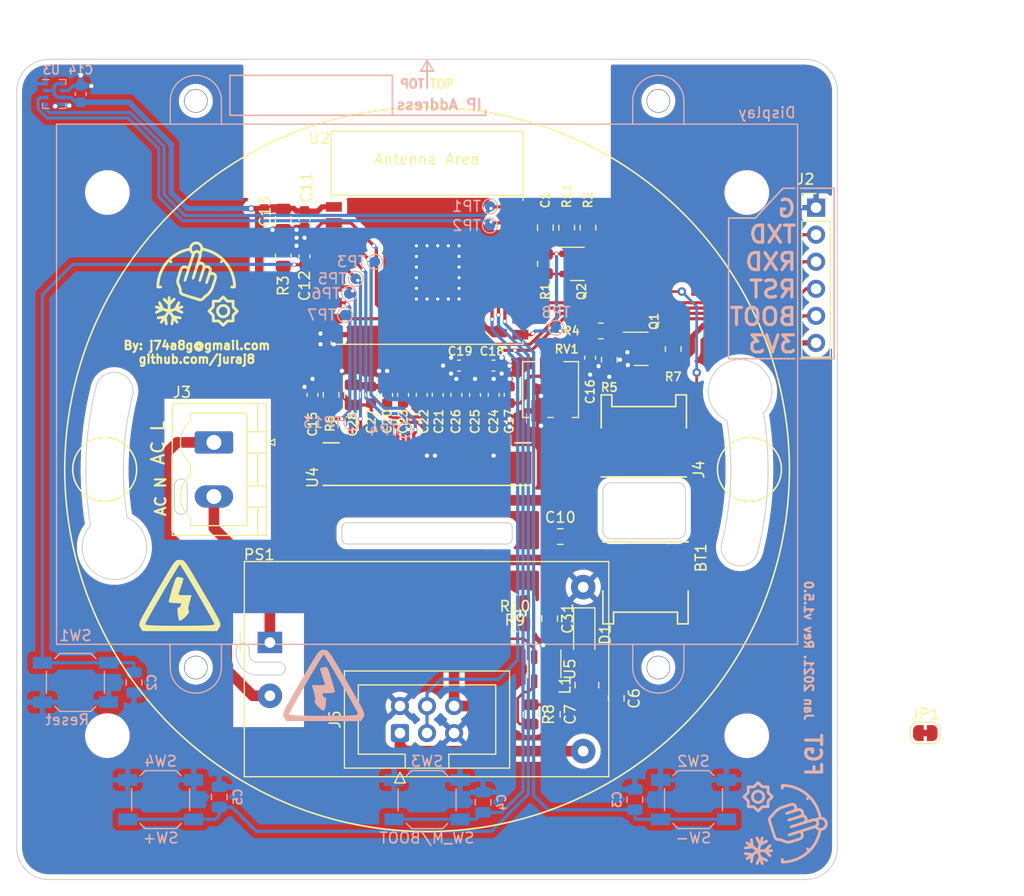
<source format=kicad_pcb>
(kicad_pcb (version 20211014) (generator pcbnew)
  (title_block (title "${TITLE}") (date "${DATE}") (rev "${REVISION}") (company "Juraj Giertl") (comment 1 "j74a8g@gmail.com"))
  (layers (0 "F.Cu" signal) (31 "B.Cu" signal) (34 "B.Paste" user) (35 "F.Paste" user) (36 "B.SilkS" user "B.Silkscreen") (37 "F.SilkS" user "F.Silkscreen") (38 "B.Mask" user) (39 "F.Mask" user) (44 "Edge.Cuts" user))
  (property "DATE" "2022-07-24")
  (property "REVISION" "v1.5.0")
  (property "TITLE" "FGT")
  (net 0 "")
  (net 1 "+3V3")
  (net 2 "GND")
  (net 3 "/CHIP_PU")
  (net 4 "Net-(C18-Pad2)")
  (net 5 "Net-(C17-Pad1)")
  (net 6 "/SW-")
  (net 7 "/SW+")
  (net 8 "/SDA")
  (net 9 "/SCL")
  (net 10 "Net-(C19-Pad2)")
  (net 11 "Net-(C22-Pad2)")
  (net 12 "Net-(C23-Pad1)")
  (net 13 "/TXD")
  (net 14 "/RXD")
  (net 15 "/LCD_RST")
  (net 16 "/SPI_CS")
  (net 17 "/LCD_DC")
  (net 18 "/SPI_SCK")
  (net 19 "/SPI_MOSI")
  (net 20 "Net-(C26-Pad2)")
  (net 21 "Net-(C20-Pad1)")
  (net 22 "Net-(C21-Pad2)")
  (net 23 "Net-(C21-Pad1)")
  (net 24 "Net-(C22-Pad1)")
  (net 25 "/Power/AC_L")
  (net 26 "Net-(C24-Pad2)")
  (net 27 "Net-(C25-Pad2)")
  (net 28 "Net-(J4-Pad1)")
  (net 29 "/display/_lcd_bck_cnt")
  (net 30 "/Power/AC_N")
  (net 31 "/DATA")
  (net 34 "Net-(R10-Pad1)")
  (net 36 "V_BAT")
  (net 37 "/V_bat_adc")
  (net 38 "/SWM")
  (net 39 "B_CHECK")
  (net 40 "Net-(Q2-Pad3)")
  (net 41 "Net-(U5-Pad4)")
  (net 42 "/Power/sw")
  (footprint "Capacitor_SMD:C_0805_2012Metric" (layer "F.Cu") (at 132.5 116.3)
    (fp_text reference "C10")
    (fp_text value "0.1uF")
  )
  (footprint "Capacitor_SMD:C_0603_1608Metric" (layer "F.Cu") (at 108.5 86.5 -90)
    (fp_text reference "C11")
    (fp_text value "0.1uF")
  )
  (footprint "Capacitor_SMD:C_0805_2012Metric" (layer "F.Cu") (at 106.5 86.5 -90)
    (fp_text reference "C13")
    (fp_text value "10uF")
  )
  (footprint "Capacitor_SMD:C_0603_1608Metric" (layer "F.Cu") (at 108.5 90 -90)
    (fp_text reference "C12")
    (fp_text value "1uF")
  )
  (footprint "Resistor_SMD:R_0805_2012Metric" (layer "F.Cu") (at 106.5 90 -90)
    (fp_text reference "R3")
    (fp_text value "10k")
  )
  (footprint "Espressif:ESP32-C3-WROOM-02" (layer "F.Cu") (at 120 89.5)
    (fp_text reference "U2")
    (fp_text value "ESP32-C3-WROOM-02")
  )
  (footprint "ER-CON30HB:ER-CON2.0-2P-SMD" (layer "F.Cu") (at 140.3375 103.6 180)
    (fp_text reference "J4")
    (fp_text value "BL_Conn")
  )
  (footprint "Package_TO_SOT_SMD:SOT-23" (layer "F.Cu") (at 140.0875 98.675)
    (fp_text reference "Q1")
    (fp_text value "BC817")
  )
  (footprint "Resistor_SMD:R_0805_2012Metric" (layer "F.Cu") (at 136.3 97 180)
    (fp_text reference "R4")
    (fp_text value "10K")
  )
  (footprint "Resistor_SMD:R_0805_2012Metric" (layer "F.Cu") (at 137.1 99.7 -90)
    (fp_text reference "R5")
    (fp_text value "100K")
  )
  (footprint "Resistor_SMD:R_0805_2012Metric" (layer "F.Cu") (at 111 103 -90)
    (fp_text reference "R6")
    (fp_text value "10K")
  )
  (footprint "Capacitor_SMD:C_0603_1608Metric" (layer "F.Cu") (at 109.25 103 90)
    (fp_text reference "C15")
    (fp_text value "0.1uF")
  )
  (footprint "Capacitor_SMD:C_0603_1608Metric" (layer "F.Cu") (at 135.3 99.5 -90)
    (fp_text reference "C16")
    (fp_text value "0.1uF")
  )
  (footprint "Capacitor_SMD:C_0603_1608Metric" (layer "F.Cu") (at 127.75 103 90)
    (fp_text reference "C17")
    (fp_text value "0.1uF")
  )
  (footprint "Capacitor_SMD:C_0603_1608Metric" (layer "F.Cu") (at 126.225 100.25 180)
    (fp_text reference "C18")
    (fp_text value "1uF")
  )
  (footprint "Capacitor_SMD:C_0603_1608Metric" (layer "F.Cu") (at 123 100.25)
    (fp_text reference "C19")
    (fp_text value "1uF")
  )
  (footprint "Capacitor_SMD:C_0603_1608Metric" (layer "F.Cu") (at 116.25 103 90)
    (fp_text reference "C20")
    (fp_text value "0.1uF")
  )
  (footprint "Capacitor_SMD:C_0603_1608Metric" (layer "F.Cu") (at 121 103 90)
    (fp_text reference "C21")
    (fp_text value "1uF")
  )
  (footprint "Capacitor_SMD:C_0603_1608Metric" (layer "F.Cu") (at 119.5 103 -90)
    (fp_text reference "C22")
    (fp_text value "1uF")
  )
  (footprint "Capacitor_SMD:C_0603_1608Metric" (layer "F.Cu") (at 117.75 103 90)
    (fp_text reference "C23")
    (fp_text value "1uF")
  )
  (footprint "Capacitor_SMD:C_0603_1608Metric" (layer "F.Cu") (at 126.25 103 -90)
    (fp_text reference "C24")
    (fp_text value "1uF")
  )
  (footprint "Capacitor_SMD:C_0603_1608Metric" (layer "F.Cu") (at 124.5 103 -90)
    (fp_text reference "C25")
    (fp_text value "1uF")
  )
  (footprint "Capacitor_SMD:C_0603_1608Metric" (layer "F.Cu") (at 122.75 103 -90)
    (fp_text reference "C26")
    (fp_text value "1uF")
  )
  (footprint "Capacitor_SMD:C_0603_1608Metric" (layer "F.Cu") (at 114.75 103 90)
    (fp_text reference "C27")
    (fp_text value "0.1uF")
  )
  (footprint "Capacitor_SMD:C_0805_2012Metric" (layer "F.Cu") (at 113 103 90)
    (fp_text reference "C28")
    (fp_text value "10uF")
  )
  (footprint "Potentiometer_SMD:Potentiometer_Vishay_TS53YJ_Vertical" (layer "F.Cu") (at 131.5875 102.5 -90)
    (fp_text reference "RV1")
    (fp_text value "10k")
  )
  (footprint "Converter_ACDC:Converter_ACDC_HiLink_HLK-PMxx" (layer "F.Cu") (at 105.25 126.25)
    (fp_text reference "PS1")
    (fp_text value "HLK-PM03")
  )
  (footprint "ER-CON30HB:ER-CON30HB-1" (layer "F.Cu") (at 120 111.5 180)
    (fp_text reference "U4")
    (fp_text value "ERC12864")
  )
  (footprint "Resistor_SMD:R_0805_2012Metric" (layer "F.Cu") (at 129.75 133 -90)
    (fp_text reference "R8")
    (fp_text value "100")
  )
  (footprint "Capacitor_SMD:C_0805_2012Metric" (layer "F.Cu") (at 131.1 87.3 90)
    (fp_text reference "C1")
    (fp_text value "10nF")
  )
  (footprint "MountingHole:MountingHole_3.2mm_M3_DIN965" (layer "F.Cu") (at 90 135)
    (fp_text reference "H4" hide)
    (fp_text value "MountingHole")
  )
  (footprint "MountingHole:MountingHole_3.2mm_M3_DIN965" (layer "F.Cu") (at 133.75 81.5 90)
    (fp_text reference "H5" hide)
    (fp_text value "MountingHole")
  )
  (footprint "Connector_Phoenix_MSTB:PhoenixContact_MSTBVA_2,5_2-G-5,08_1x02_P5.08mm_Vertical" (layer "F.Cu") (at 100 107.46 -90)
    (fp_text reference "J3")
    (fp_text value "Conn_01x02")
  )
  (footprint "MountingHole:MountingHole_3.2mm_M3_DIN965" (layer "F.Cu") (at 150 135)
    (fp_text reference "H3" hide)
    (fp_text value "MountingHole")
  )
  (footprint "Resistor_SMD:R_0805_2012Metric" (layer "F.Cu") (at 128.25 122.5 180)
    (fp_text reference "R9")
    (fp_text value "R_Small")
  )
  (footprint "Capacitor_SMD:C_0805_2012Metric" (layer "F.Cu") (at 131.5 124 -90)
    (fp_text reference "C31")
    (fp_text value "22uF")
  )
  (footprint "Resistor_SMD:R_0805_2012Metric" (layer "F.Cu") (at 128.25 124.5)
    (fp_text reference "R10")
    (fp_text value "R_Small")
  )
  (footprint "MountingHole:MountingHole_3.2mm_M3_DIN965" (layer "F.Cu") (at 90 84)
    (fp_text reference "H2" hide)
    (fp_text value "MountingHole")
  )
  (footprint "ER-CON30HB:ER-CON2.0-2P-SMD" (layer "F.Cu") (at 140.5 123.9)
    (fp_text reference "BT1")
    (fp_text value "Battery")
  )
  (footprint "MountingHole:MountingHole_3.2mm_M3_DIN965" (layer "F.Cu") (at 150 84)
    (fp_text reference "H1" hide)
    (fp_text value "MountingHole")
  )
  (footprint "Inductor_SMD:L_1008_2520Metric" (layer "F.Cu") (at 135 130.25 90)
    (fp_text reference "L1")
    (fp_text value "10uH")
  )
  (footprint "LOGO" (layer "F.Cu") (at 98.4 92.6)
    (fp_text reference "G***" hide)
    (fp_text value "LOGO" hide)
  )
  (footprint "MountingHole:MountingHole_3.2mm_M3_DIN965" (layer "F.Cu") (at 106.35 81.5 -90)
    (fp_text reference "H6" hide)
    (fp_text value "MountingHole")
  )
  (footprint "Connector_PinHeader_2.54mm:PinHeader_1x06_P2.54mm_Vertical" (layer "F.Cu") (at 156.5 85.42)
    (fp_text reference "J2")
    (fp_text value "Conn_01x06")
  )
  (footprint "Resistor_SMD:R_0805_2012Metric" (layer "F.Cu") (at 133.1 87.3 90)
    (fp_text reference "R11")
    (fp_text value "75k")
  )
  (footprint "Resistor_SMD:R_0805_2012Metric" (layer "F.Cu") (at 143.1 98.7 90)
    (fp_text reference "R7")
    (fp_text value "100K")
  )
  (footprint "Capacitor_SMD:C_0805_2012Metric" (layer "F.Cu") (at 137.75 131.5 -90)
    (fp_text reference "C6")
    (fp_text value "22uF")
  )
  (footprint "Resistor_SMD:R_0805_2012Metric" (layer "F.Cu") (at 131.1 90.7 90)
    (fp_text reference "R1")
    (fp_text value "1M")
  )
  (footprint "Diode_SMD:D_SOD-123" (layer "F.Cu") (at 134.75 125.25 -90)
    (fp_text reference "D1")
    (fp_text value "NTS245SFT1G")
  )
  (footprint "Package_TO_SOT_SMD:SOT-23" (layer "F.Cu") (at 134.1 90.7)
    (fp_text reference "Q2")
    (fp_text value "IRLML6302")
  )
  (footprint "Resistor_SMD:R_0805_2012Metric" (layer "F.Cu") (at 135.1 87.3 90)
    (fp_text reference "R2")
    (fp_text value "240k")
  )
  (footprint "Jumper:SolderJumper-2_P1.3mm_Bridged_RoundedPad1.0x1.5mm" (layer "F.Cu") (at 166.75 134.75)
    (fp_text reference "JP1")
    (fp_text value "SolderJumper_2_Bridged")
  )
  (footprint "Package_TO_SOT_SMD:SOT-23-6" (layer "F.Cu") (at 131 128.75 -90)
    (fp_text reference "U5")
    (fp_text value "MT3608")
  )
  (footprint "Connector_IDC:IDC-Header_2x03_P2.54mm_Vertical" (layer "F.Cu") (at 117.455 134.7525 90)
    (fp_text reference "J5")
    (fp_text value "MAIN")
  )
  (footprint "LOGO" (layer "F.Cu") (at 96.8 121.8)
    (fp_text reference "G***" hide)
    (fp_text value "LOGO" hide)
  )
  (footprint "Capacitor_SMD:C_0805_2012Metric" (layer "F.Cu") (at 131.75 133 -90)
    (fp_text reference "C7")
    (fp_text value "0.1uF")
  )
  (footprint "Button_Switch_SMD:SW_SPST_SKQG_WithStem" (layer "B.Cu") (at 120 141 180)
    (fp_text reference "SW3")
    (fp_text value "SW_M/BOOT")
  )
  (footprint "Button_Switch_SMD:SW_SPST_SKQG_WithStem" (layer "B.Cu") (at 95 141 180)
    (fp_text reference "SW4")
    (fp_text value "SW+")
  )
  (footprint "Button_Switch_SMD:SW_SPST_SKQG_WithStem" (layer "B.Cu") (at 87 130)
    (fp_text reference "SW1")
    (fp_text value "Reset")
  )
  (footprint "Button_Switch_SMD:SW_SPST_SKQG_WithStem" (layer "B.Cu") (at 145 141 180)
    (fp_text reference "SW2")
    (fp_text value "SW-")
  )
  (footprint "Package_LGA:Bosch_LGA-8_2x2.5mm_P0.65mm_ClockwisePinNumbering" (layer "B.Cu") (at 85 74.75 -90)
    (fp_text reference "U3")
    (fp_text value "BMP280")
  )
  (footprint "Capacitor_SMD:C_0805_2012Metric" (layer "B.Cu") (at 92.5 130 90)
    (fp_text reference "C2")
    (fp_text value "0.1uF")
  )
  (footprint "Capacitor_SMD:C_0805_2012Metric" (layer "B.Cu") (at 139.5 141 -90)
    (fp_text reference "C3")
    (fp_text value "0.1uF")
  )
  (footprint "Capacitor_SMD:C_0805_2012Metric" (layer "B.Cu") (at 100.5 140.75 -90)
    (fp_text reference "C5")
    (fp_text value "0.1uF")
  )
  (footprint "Capacitor_SMD:C_0603_1608Metric" (layer "B.Cu") (at 87.5 74.75 90)
    (fp_text reference "C14")
    (fp_text value "0.1uF")
  )
  (footprint "Capacitor_SMD:C_0805_2012Metric" (layer "B.Cu") (at 125.25 141.25 -90)
    (fp_text reference "C4")
    (fp_text value "0.1uF")
  )
  (footprint "TestPoint:TestPoint_Pad_D1.0mm" (layer "B.Cu") (at 125.9 85.3 180)
    (fp_text reference "TP1")
    (fp_text value "tp")
  )
  (footprint "TestPoint:TestPoint_Pad_D1.0mm" (layer "B.Cu") (at 113.3 92.1 180)
    (fp_text reference "TP5")
    (fp_text value "tp")
  )
  (footprint "LOGO" (layer "B.Cu") (at 110.3 130.25 180)
    (fp_text reference "G***" hide)
    (fp_text value "LOGO" hide)
  )
  (footprint "TestPoint:TestPoint_Pad_D1.0mm" (layer "B.Cu") (at 112.3 95.5 180)
    (fp_text reference "TP7")
    (fp_text value "tp")
  )
  (footprint "LOGO" (layer "B.Cu") (at 153.6 143.2 90)
    (fp_text reference "G***" hide)
    (fp_text value "LOGO" hide)
  )
  (footprint "TestPoint:TestPoint_Pad_D1.0mm" (layer "B.Cu") (at 112.9 105.6 180)
    (fp_text reference "TP13")
    (fp_text value "tp")
  )
  (footprint "TestPoint:TestPoint_Pad_D1.0mm" (layer "B.Cu") (at 112.7 93.5 180)
    (fp_text reference "TP6")
    (fp_text value "tp")
  )
  (footprint "TestPoint:TestPoint_Pad_D1.0mm" (layer "B.Cu") (at 132.1 96.7 180)
    (fp_text reference "TP8")
    (fp_text value "tp")
  )
  (footprint "TestPoint:TestPoint_Pad_D1.0mm" (layer "B.Cu") (at 117.9 106.3 180)
    (fp_text reference "TP4")
    (fp_text value "tp")
  )
  (footprint "TestPoint:TestPoint_Pad_D1.0mm" (layer "B.Cu") (at 115.1 90.5 180)
    (fp_text reference "TP3")
    (fp_text value "tp")
  )
  (footprint "ER-CON30HB:ER-DISP" (layer "B.Cu") (at 120 102 180)
    (fp_text reference "Display")
    (fp_text value "ER-DISP")
  )
  (footprint "TestPoint:TestPoint_Pad_D1.0mm" (layer "B.Cu") (at 125.9 87.1 180)
    (fp_text reference "TP2")
    (fp_text value "tp")
  )
  (gr_line (start 125.5 76.75) (end 125.5 76.25) (layer "B.SilkS") (width 0.15))
  (gr_line (start 153.4 83.6) (end 150.8 86.4) (layer "B.SilkS") (width 0.15))
  (gr_line (start 148.3 99.6) (end 154.5 99.6) (layer "B.SilkS") (width 0.15))
  (gr_line (start 158.2 99.6) (end 158.2 83.6) (layer "B.SilkS") (width 0.15))
  (gr_rect (start 101.5 76.75) (end 116.75 73) (layer "B.SilkS") (width 0.15) (fill none))
  (gr_line (start 116.75 76.75) (end 125.5 76.75) (layer "B.SilkS") (width 0.15))
  (gr_line (start 154.5 83.6) (end 153.4 83.6) (layer "B.SilkS") (width 0.15))
  (gr_line (start 158.2 83.6) (end 155 83.6) (layer "B.SilkS") (width 0.15))
  (gr_line (start 148.3 86.4) (end 148.3 99.6) (layer "B.SilkS") (width 0.15))
  (gr_line (start 150.8 86.4) (end 148.3 86.4) (layer "B.SilkS") (width 0.15))
  (gr_line (start 120.6 72.6) (end 120 71.6) (layer "B.SilkS") (width 0.15))
  (gr_line (start 119.4 72.6) (end 120.6 72.6) (layer "B.SilkS") (width 0.15))
  (gr_line (start 155 99.6) (end 158.2 99.6) (layer "B.SilkS") (width 0.15))
  (gr_line (start 120 71.6) (end 120 74.2) (layer "B.SilkS") (width 0.15))
  (gr_line (start 120 71.6) (end 119.4 72.6) (layer "B.SilkS") (width 0.15))
  (gr_circle (center 150.25 110) (end 153.25 110) (layer "F.SilkS") (width 0.15) (fill none))
  (gr_circle (center 89.75 110) (end 92.75 110) (layer "F.SilkS") (width 0.15) (fill none))
  (gr_line (start 120 74.2) (end 120 71.6) (layer "F.SilkS") (width 0.15))
  (gr_line (start 120.6 72.6) (end 120 71.6) (layer "F.SilkS") (width 0.15))
  (gr_line (start 120 71.6) (end 119.4 72.6) (layer "F.SilkS") (width 0.15))
  (gr_circle (center 120 110) (end 154 110) (layer "F.SilkS") (width 0.15) (fill none))
  (gr_line (start 120.6 72.6) (end 119.4 72.6) (layer "F.SilkS") (width 0.15))
  (gr_line (start 127.5 115) (end 112.5 115) (layer "Edge.Cuts") (width 0.1))
  (gr_line (start 136.500001 115.75) (end 136.5 112) (layer "Edge.Cuts") (width 0.1))
  (gr_arc (start 144.250001 115.750001) (mid 144.03033 116.280331) (end 143.5 116.500001) (layer "Edge.Cuts") (width 0.1))
  (gr_arc (start 96.3 111.5) (mid 96.9 110.9) (end 97.5 111.5) (layer "Edge.Cuts") (width 0.1))
  (gr_line (start 158.5 74.5) (end 158.5 145.5) (layer "Edge.Cuts") (width 0.1))
  (gr_line (start 84.5 148.5) (end 155.5 148.5) (layer "Edge.Cuts") (width 0.1))
  (gr_arc (start 127.5 115) (mid 127.853553 115.146447) (end 128 115.5) (layer "Edge.Cuts") (width 0.1))
  (gr_arc (start 88.42 115.27) (mid 88.010872 108.707664) (end 88.95 102.200001) (layer "Edge.Cuts") (width 0.1))
  (gr_line (start 106.1 128.1) (end 104.1 128.1) (layer "Edge.Cuts") (width 0.1))
  (gr_arc (start 158.5 145.5) (mid 157.62132 147.62132) (end 155.5 148.5) (layer "Edge.Cuts") (width 0.1))
  (gr_arc (start 88.95 102.200001) (mid 91.099999 100.95) (end 92.35 103.1) (layer "Edge.Cuts") (width 0.1))
  (gr_arc (start 128 116.5) (mid 127.853553 116.853553) (end 127.5 117) (layer "Edge.Cuts") (width 0.1))
  (gr_arc (start 91.86 114.53) (mid 91.526654 108.790207) (end 92.35 103.1) (layer "Edge.Cuts") (width 0.1))
  (gr_line (start 137.25 111.25) (end 143.5 111.25) (layer "Edge.Cuts") (width 0.1))
  (gr_line (start 143.5 116.500001) (end 137.25 116.5) (layer "Edge.Cuts") (width 0.1))
  (gr_arc (start 155.5 71.5) (mid 157.62132 72.37868) (end 158.5 74.5) (layer "Edge.Cuts") (width 0.1))
  (gr_line (start 97.5 111.5) (end 97.5 113.6) (layer "Edge.Cuts") (width 0.1))
  (gr_arc (start 151.034887 117.759514) (mid 148.920177 118.992705) (end 147.650001 116.900001) (layer "Edge.Cuts") (width 0.1))
  (gr_line (start 128 116.5) (end 128 115.5) (layer "Edge.Cuts") (width 0.1))
  (gr_line (start 81.5 145.5) (end 81.5 74.5) (layer "Edge.Cuts") (width 0.1))
  (gr_line (start 112 115.5) (end 112 116.5) (layer "Edge.Cuts") (width 0.1))
  (gr_arc (start 104.1 128.1) (mid 103.534315 127.865685) (end 103.3 127.3) (layer "Edge.Cuts") (width 0.1))
  (gr_line (start 112.5 117) (end 127.5 117) (layer "Edge.Cuts") (width 0.1))
  (gr_arc (start 104.1 129.3) (mid 102.685786 128.714214) (end 102.1 127.3) (layer "Edge.Cuts") (width 0.1))
  (gr_line (start 84.5 71.5) (end 155.5 71.5) (layer "Edge.Cuts") (width 0.1))
  (gr_arc (start 143.5 111.25) (mid 144.03033 111.46967) (end 144.25 112) (layer "Edge.Cuts") (width 0.1))
  (gr_arc (start 97.5 113.6) (mid 96.9 114.2) (end 96.3 113.6) (layer "Edge.Cuts") (width 0.1))
  (gr_arc (start 102.1 126.9) (mid 102.7 126.3) (end 103.3 126.9) (layer "Edge.Cuts") (width 0.1))
  (gr_arc (start 91.86 114.53) (mid 91.295499 120.271508) (end 88.42 115.27) (layer "Edge.Cuts") (width 0.1))
  (gr_line (start 96.3 111.5) (end 96.3 113.6) (layer "Edge.Cuts") (width 0.1))
  (gr_arc (start 81.5 74.5) (mid 82.37868 72.37868) (end 84.5 71.5) (layer "Edge.Cuts") (width 0.1))
  (gr_line (start 144.25 112) (end 144.250001 115.750001) (layer "Edge.Cuts") (width 0.1))
  (gr_arc (start 148.12 105.38) (mid 148.792979 99.743309) (end 151.56 104.7) (layer "Edge.Cuts") (width 0.1))
  (gr_line (start 102.1 126.9) (end 102.1 127.3) (layer "Edge.Cuts") (width 0.1))
  (gr_arc (start 84.5 148.5) (mid 82.37868 147.62132) (end 81.5 145.5) (layer "Edge.Cuts") (width 0.1))
  (gr_arc (start 112.5 117) (mid 112.146447 116.853553) (end 112 116.5) (layer "Edge.Cuts") (width 0.1))
  (gr_arc (start 112 115.5) (mid 112.146447 115.146447) (end 112.5 115) (layer "Edge.Cuts") (width 0.1))
  (gr_arc (start 137.25 116.5) (mid 136.71967 116.28033) (end 136.5 115.75) (layer "Edge.Cuts") (width 0.1))
  (gr_arc (start 136.5 112) (mid 136.71967 111.46967) (end 137.25 111.25) (layer "Edge.Cuts") (width 0.1))
  (gr_arc (start 106.1 128.1) (mid 106.7 128.7) (end 106.1 129.3) (layer "Edge.Cuts") (width 0.1))
  (gr_line (start 103.3 127.3) (end 103.3 126.9) (layer "Edge.Cuts") (width 0.1))
  (gr_arc (start 151.56 104.7) (mid 151.968488 111.256739) (end 151.034887 117.759514) (layer "Edge.Cuts") (width 0.1))
  (gr_line (start 106.1 129.3) (end 104.1 129.3) (layer "Edge.Cuts") (width 0.1))
  (gr_arc (start 148.12 105.38) (mid 148.481288 111.164328) (end 147.650001 116.900001) (layer "Edge.Cuts") (width 0.1))
  (gr_text "Jan 2021. Rev ${REVISION}" (at 155.8 127 270) (layer "B.SilkS") (effects (font (size 0.8 0.8) (thickness 0.2)) (justify mirror)))
  (gr_text "G" (at 154.75 85.5) (layer "B.SilkS") (effects (font (size 1.6 1.6) (thickness 0.3)) (justify left mirror)))
  (gr_text "FGT" (at 156.2 136.8 270) (layer "B.SilkS") (effects (font (size 1.5 1.5) (thickness 0.3)) (justify mirror)))
  (gr_text "IP Address" (at 117 75.75) (layer "B.SilkS") (effects (font (size 1 1) (thickness 0.2)) (justify right mirror)))
  (gr_text "\nTXD\nRXD\nRST\nBOOT\n3V3" (at 154.8 91.8) (layer "B.SilkS") (effects (font (size 1.6 1.6) (thickness 0.3)) (justify left mirror)))
  (gr_text "TOP" (at 118.6 73.8) (layer "B.SilkS") (effects (font (size 0.8 0.8) (thickness 0.2)) (justify mirror)))
  (gr_text "AC L" (at 94.75 107.5 90) (layer "F.SilkS") (effects (font (size 1.2 1.2) (thickness 0.2))))
  (gr_text "By: j74a8g@gmail.com\ngithub.com/juraj8" (at 98.4 99) (layer "F.SilkS") (effects (font (size 0.8 0.8) (thickness 0.2))))
  (gr_text "TOP" (at 121.4 73.8) (layer "F.SilkS") (effects (font (size 0.8 0.8) (thickness 0.2))))
  (gr_text "AC N" (at 95 112.529711 90) (layer "F.SilkS") (effects (font (size 1 1) (thickness 0.2))))
  (segment (start 103.5 85.5) (end 104 85.5) (width 0.5) (layer "F.Cu") (net 1))
  (segment (start 104.25 85.75) (end 104.5 85.5) (width 0.8) (layer "F.Cu") (net 1))
  (segment (start 119.353208 109.353208) (end 115.603208 109.353208) (width 0.3) (layer "F.Cu") (net 1))
  (segment (start 107.5 85.5) (end 106.55 85.5) (width 0.5) (layer "F.Cu") (net 1))
  (segment (start 144.9 97.5) (end 144.9 98.925) (width 0.5) (layer "F.Cu") (net 1))
  (segment (start 117.25 107.5) (end 117.25 106) (width 0.3) (layer "F.Cu") (net 1))
  (segment (start 120.146792 109.353208) (end 119.353208 109.353208) (width 0.3) (layer "F.Cu") (net 1))
  (segment (start 122.535 121.865) (end 125.9 118.5) (width 1) (layer "F.Cu") (net 1))
  (segment (start 119.25 109.25) (end 119.353208 109.353208) (width 0.3) (layer "F.Cu") (net 1))
  (segment (start 107.25 100.25) (end 107.25 95.25) (width 0.8) (layer "F.Cu") (net 1))
  (segment (start 104.25 92.25) (end 104.25 89) (width 0.8) (layer "F.Cu") (net 1))
  (segment (start 104.5 85.5) (end 106.45 85.5) (width 0.8) (layer "F.Cu") (net 1))
  (segment (start 106.5 89.0875) (end 104.3375 89.0875) (width 0.5) (layer "F.Cu") (net 1))
  (segment (start 104 85.5) (end 104.25 85.75) (width 0.5) (layer "F.Cu") (net 1))
  (segment (start 153.5 96.5) (end 145.9 96.5) (width 0.5) (layer "F.Cu") (net 1))
  (segment (start 114.75 106) (end 114.5 106) (width 0.3) (layer "F.Cu") (net 1))
  (segment (start 131.5 113.3) (end 131.9 112.9) (width 1) (layer "F.Cu") (net 1))
  (segment (start 107.5 100) (end 107.25 100.25) (width 0.5) (layer "F.Cu") (net 1))
  (segment (start 139.3375 104.4625) (end 139.3 104.5) (width 0.8) (layer "F.Cu") (net 1))
  (segment (start 131.5 123.05) (end 131.5 113.3) (width 1) (layer "F.Cu") (net 1))
  (segment (start 107.25 95.25) (end 104.25 92.25) (width 0.8) (layer "F.Cu") (net 1))
  (segment (start 106.55 85.5) (end 106.5 85.55) (width 0.5) (layer "F.Cu") (net 1))
  (segment (start 143.1 99.6125) (end 143.1 101.7) (width 0.5) (layer "F.Cu") (net 1))
  (segment (start 111.1375 102.0875) (end 111.1375 100.8875) (width 0.5) (layer "F.Cu") (net 1))
  (segment (start 114.75 104.5) (end 114.75 103.775) (width 0.3) (layer "F.Cu") (net 1))
  (segment (start 132.7375 112.0625) (end 132.7375 104.5) (width 1) (layer "F.Cu") (net 1))
  (segment (start 114.75 106) (end 114.75 104.5) (width 0.3) (layer "F.Cu") (net 1))
  (segment (start 116.25 106) (end 115.75 106) (width 0.3) (layer "F.Cu") (net 1))
  (segment (start 114.75 107.5) (end 114.75 106) (width 0.3) (layer "F.Cu") (net 1))
  (segment (start 143.1 103.2375) (end 142.5875 103.75) (width 0.5) (layer "F.Cu") (net 1))
  (segment (start 104.3375 89.0875) (end 104.25 89) (width 0.5) (layer "F.Cu") (net 1))
  (segment (start 143.1 103.2125) (end 143.1 101.7) (width 0.5) (layer "F.Cu") (net 1))
  (segment (start 104.25 89) (end 104.25 85.75) (width 0.8) (layer "F.Cu") (net 1))
  (segment (start 111.1375 100.8875) (end 110.25 100) (width 0.5) (layer "F.Cu") (net 1))
  (segment (start 113 103.95) (end 114.575 103.95) (width 0.3) (layer "F.Cu") (net 1))
  (segment (start 110.25 100) (end 107.5 100) (width 0.5) (layer "F.Cu") (net 1))
  (segment (start 114.5 106) (end 114.25 106.25) (width 0.3) (layer "F.Cu") (net 1))
  (segment (start 139.3375 102.15) (end 139.3375 104.4625) (width 0.8) (layer "F.Cu") (net 1))
  (segment (start 115.25 109) (end 114.75 108.5) (width 0.3) (layer "F.Cu") (net 1))
  (segment (start 125.9 118.5) (end 131.5 118.5) (width 1) (layer "F.Cu") (net 1))
  (segment (start 108.5 85.725) (end 107.725 85.725) (width 0.5) (layer "F.Cu") (net 1))
  (segment (start 106.45 85.5) (end 106.5 85.55) (width 0.8) (layer "F.Cu") (net 1))
  (segment (start 156.5 98.12) (end 155.12 98.12) (width 0.5) (layer "F.Cu") (net 1))
  (segment (start 113 103.95) (end 111.1375 102.0875) (width 0.5) (layer "F.Cu") (net 1))
  (segment (start 109.75 85.75) (end 108.525 85.75) (width 0.5) (layer "F.Cu") (net 1))
  (segment (start 111.25 85.35) (end 110.15 85.35) (width 0.5) (layer "F.Cu") (net 1))
  (segment (start 144.9 98.925) (end 144.2125 99.6125) (width 0.5) (layer "F.Cu") (net 1))
  (segment (start 117.95 136.45) (end 117.455 135.955) (width 1) (layer "F.Cu") (net 1))
  (segment (start 143.1 103.2375) (end 141.8375 104.5) (width 0.5) (layer "F.Cu") (net 1))
  (segment (start 143.1 101.7) (end 143.1 103.2375) (width 0.5) (layer "F.Cu") (net 1))
  (segment (start 140.6 104.5) (end 141.8125 104.5) (width 0.5) (layer "F.Cu") (net 1))
  (segment (start 122.535 132.2125) (end 125.2125 132.2125) (width 1) (layer "F.Cu") (net 1))
  (segment (start 125.2125 132.2125) (end 126.2 133.2) (width 1) (layer "F.Cu") (net 1))
  (segment (start 115.603208 109.353208) (end 115.25 109) (width 0.3) (layer "F.Cu") (net 1))
  (segment (start 115.25 106) (end 114.75 106) (width 0.3) (layer "F.Cu") (net 1))
  (segment (start 145.9 96.5) (end 144.9 97.5) (width 0.5) (layer "F.Cu") (net 1))
  (segment (start 138.8375 104.5) (end 133.2375 104.5) (width 0.8) (layer "F.Cu") (net 1))
  (segment (start 127.25 107.5) (end 127.25 108.706416) (width 0.3) (layer "F.Cu") (net 1))
  (segment (start 114.25 106.25) (end 114.25 107.5) (width 0.3) (layer "F.Cu") (net 1))
  (segment (start 131.5 118.5) (end 131.5 116.55) (width 0.5) (layer "F.Cu") (net 1))
  (segment (start 126.2 133.2) (end 126.2 136.45) (width 1) (layer "F.Cu") (net 1))
  (segment (start 117.75 107.5) (end 117.75 106.5) (width 0.3) (layer "F.Cu") (net 1))
  (segment (start 114.575 103.95) (end 114.75 103.775) (width 0.3) (layer "F.Cu") (net 1))
  (segment (start 115.75 107.5) (end 115.75 106) (width 0.3) (layer "F.Cu") (net 1))
  (segment (start 107.25 112.25) (end 107.9 112.9) (width 1) (layer "F.Cu") (net 1))
  (segment (start 126.2 136.45) (end 117.95 136.45) (width 1) (layer "F.Cu") (net 1))
  (segment (start 114.75 108.5) (end 114.75 107.5) (width 0.3) (layer "F.Cu") (net 1))
  (segment (start 122.535 132.2125) (end 122.535 121.865) (width 1) (layer "F.Cu") (net 1))
  (segment (start 116.75 106) (end 116.25 106) (width 0.3) (layer "F.Cu") (net 1))
  (segment (start 116.75 107.5) (end 116.75 106) (width 0.3) (layer "F.Cu") (net 1))
  (segment (start 116.25 107.5) (end 116.25 106) (width 0.3) (layer "F.Cu") (net 1))
  (segment (start 107.9 112.9) (end 131.9 112.9) (width 1) (layer "F.Cu") (net 1))
  (segment (start 117.75 106.5) (end 117.25 106) (width 0.3) (layer "F.Cu") (net 1))
  (segment (start 144.2125 99.6125) (end 143.1 99.6125) (width 0.5) (layer "F.Cu") (net 1))
  (segment (start 131.5 116.55) (end 131.8 116.25) (width 0.5) (layer "F.Cu") (net 1))
  (segment (start 110.15 85.35) (end 109.75 85.75) (width 0.5) (layer "F.Cu") (net 1))
  (segment (start 140.6 104.5) (end 139.3 104.5) (width 0.5) (layer "F.Cu") (net 1))
  (segment (start 126.603208 109.353208) (end 120.146792 109.353208) (width 0.3) (layer "F.Cu") (net 1))
  (segment (start 116.75 106) (end 117.25 106) (width 0.3) (layer "F.Cu") (net 1))
  (segment (start 126.2 136.45) (end 134.65 136.45) (width 1) (layer "F.Cu") (net 1))
  (segment (start 138.8375 104.5) (end 139.3 104.5) (width 0.8) (layer "F.Cu") (net 1))
  (segment (start 107.725 85.725) (end 107.5 85.5) (width 0.5) (layer "F.Cu") (net 1))
  (segment (start 119.25 107.5) (end 119.25 109.25) (width 0.3) (layer "F.Cu") (net 1))
  (segment (start 141.8125 104.5) (end 143.1 103.2125) (width 0.5) (layer "F.Cu") (net 1))
  (segment (start 117.455 135.955) (end 117.455 134.7525) (width 1) (layer "F.Cu") (net 1))
  (segment (start 131.9 112.9) (end 132.7375 112.0625) (width 1) (layer "F.Cu") (net 1))
  (segment (start 107.25 100.25) (end 107.25 112.25) (width 1) (layer "F.Cu") (net 1))
  (segment (start 141.8375 104.5) (end 140.6 104.5) (width 0.5) (layer "F.Cu") (net 1))
  (segment (start 115.25 107.5) (end 115.25 106) (width 0.3) (layer "F.Cu") (net 1))
  (segment (start 127.25 108.706416) (end 126.603208 109.353208) (width 0.3) (layer "F.Cu") (net 1))
  (segment (start 115.75 106) (end 115.25 106) (width 0.3) (layer "F.Cu") (net 1))
  (segment (start 155.12 98.12) (end 153.5 96.5) (width 0.5) (layer "F.Cu") (net 1))
  (segment (start 108.525 85.75) (end 108.5 85.725) (width 0.5) (layer "F.Cu") (net 1))
  (segment (start 131.5 123.05) (end 131.5 118.5) (width 0.5) (layer "F.Cu") (net 1))
  (via (at 103.5 85.5) (size 0.6) (drill 0.4) (layers "F.Cu" "B.Cu") (net 1))
  (segment (start 85.8 75.075) (end 86.575 75.075) (width 0.3) (layer "B.Cu") (net 1))
  (segment (start 97.475 85.5) (end 100.5 85.5) (width 0.5) (layer "B.Cu") (net 1))
  (segment (start 96 79.5) (end 96 84) (width 0.5) (layer "B.Cu") (net 1))
  (segment (start 85.8 73.775) (end 85.25 73.775) (width 0.3) (layer "B.Cu") (net 1))
  (segment (start 87.5 75.525) (end 92.025 75.525) (width 0.5) (layer "B.Cu") (net 1))
  (segment (start 85 74.75) (end 85.325 75.075) (width 0.3) (layer "B.Cu") (net 1))
  (segment (start 85 74.5) (end 85 74.75) (width 0.3) (layer "B.Cu") (net 1))
  (segment (start 85.325 75.075) (end 85.8 75.075) (width 0.3) (layer "B.Cu") (net 1))
  (segment (start 85.25 73.775) (end 85 74.025) (width 0.3) (layer "B.Cu") (net 1))
  (segment (start 85 74.025) (end 85 74.5) (width 0.3) (layer "B.Cu") (net 1))
  (segment (start 96 84) (end 95.9875 84.0125) (width 0.5) (layer "B.Cu") (net 1))
  (segment (start 84.2 74.425) (end 84.925 74.425) (width 0.3) (layer "B.Cu") (net 1))
  (segment (start 92.025 75.525) (end 96 79.5) (width 0.5) (layer "B.Cu") (net 1))
  (segment (start 100.5 85.5) (end 103.5 85.5) (width 0.5) (layer "B.Cu") (net 1))
  (segment (start 86.575 75.075) (end 87.025 75.525) (width 0.3) (layer "B.Cu") (net 1))
  (segment (start 84.925 74.425) (end 85 74.5) (width 0.3) (layer "B.Cu") (net 1))
  (segment (start 95.9875 84.0125) (end 97.475 85.5) (width 0.5) (layer "B.Cu") (net 1))
  (segment (start 116.25 102.225) (end 116.25 100.75) (width 0.5) (layer "F.Cu") (net 2))
  (segment (start 126.75 107.5) (end 126.75 108.5) (width 0.3) (layer "F.Cu") (net 2))
  (segment (start 108.5 88.25) (end 107.75 88.25) (width 0.5) (layer "F.Cu") (net 2))
  (segment (start 127.025 100.25) (end 127.731468 100.25) (width 0.5) (layer "F.Cu") (net 2))
  (segment (start 138.79375 99.6875) (end 138.85625 99.625) (width 0.5) (layer "F.Cu") (net 2))
  (segment (start 126.243217 108.703708) (end 126.196925 108.75) (width 0.3) (layer "F.Cu") (net 2))
  (segment (start 107.75 87.5) (end 108.275 87.5) (width 0.5) (layer "F.Cu") (net 2))
  (segment (start 122.225 100.975) (end 122.25 101) (width 0.5) (layer "F.Cu") (net 2))
  (segment (start 127.025 99.543532) (end 126.990734 99.509266) (width 0.5) (layer "F.Cu") (net 2))
  (segment (start 114.725 102.25) (end 114.75 102.225) (width 0.5) (layer "F.Cu") (net 2))
  (segment (start 139.075 99.7) (end 139.15 99.625) (width 0.5) (layer "F.Cu") (net 2))
  (segment (start 126.75 106) (end 126.75 107.5) (width 0.3) (layer "F.Cu") (net 2))
  (segment (start 136.0625 100.275) (end 136.0875 100.3) (width 0.5) (layer "F.Cu") (net 2))
  (segment (start 126.5 108.75) (end 126.289509 108.75) (width 0.3) (layer "F.Cu") (net 2))
  (segment (start 122.225 99.525) (end 122.25 99.5) (width 0.5) (layer "F.Cu") (net 2))
  (segment (start 120.743142 108.703708) (end 119.993217 108.703708) (width 0.3) (layer "F.Cu") (net 2))
  (segment (start 111.25 98.25) (end 110 98.25) (width 0.5) (layer "F.Cu") (net 2))
  (segment (start 110 98.25) (end 110 97.25) (width 0.5) (layer "F.Cu") (net 2))
  (segment (start 127.75 102.225) (end 127.75 101.5) (width 0.5) (layer "F.Cu") (net 2))
  (segment (start 116.25 100.75) (end 113 100.75) (width 0.5) (layer "F.Cu") (net 2))
  (segment (start 113.8 102.05) (end 114 102.25) (width 0.5) (layer "F.Cu") (net 2))
  (segment (start 109.25 102.225) (end 109.25 101.5) (width 0.5) (layer "F.Cu") (net 2))
  (segment (start 137.1 100.6125) (end 136.4 100.6125) (width 0.5) (layer "F.Cu") (net 2))
  (segment (start 107.975 89.225) (end 107.75 89) (width 0.5) (layer "F.Cu") (net 2))
  (segment (start 106.5 87.45) (end 105.55 87.45) (width 0.5) (layer "F.Cu") (net 2))
  (segment (start 108.5 87.75) (end 108.5 88.25) (width 0.5) (layer "F.Cu") (net 2))
  (segment (start 107.7 87.45) (end 107.75 87.5) (width 0.5) (layer "F.Cu") (net 2))
  (segment (start 126.25 107.5) (end 126.25 106) (width 0.3) (layer "F.Cu") (net 2))
  (segment (start 110.1 97.35) (end 110 97.25) (width 0.5) (layer "F.Cu") (net 2))
  (segment (start 108.5 89.225) (end 107.975 89.225) (width 0.5) (layer "F.Cu") (net 2))
  (segment (start 107.75 88.25) (end 108.25 88.75) (width 0.5) (layer "F.Cu") (net 2))
  (segment (start 127.025 100.25) (end 127.025 99.543532) (width 0.5) (layer "F.Cu") (net 2))
  (segment (start 111.25 97.35) (end 111.25 98.25) (width 0.5) (layer "F.Cu") (net 2))
  (segment (start 127.025 100.975) (end 127 101) (width 0.5) (layer "F.Cu") (net 2))
  (segment (start 137.1 100.6125) (end 137.1 101.3) (width 0.5) (layer "F.Cu") (net 2))
  (segment (start 135.3 100.275) (end 136.0625 100.275) (width 0.5) (layer "F.Cu") (net 2))
  (segment (start 122.225 100.25) (end 122.225 99.525) (width 0.5) (layer "F.Cu") (net 2))
  (segment (start 126.75 108.5) (end 126.5 108.75) (width 0.3) (layer "F.Cu") (net 2))
  (segment (start 138.79375 99.5625) (end 138.85625 99.625) (width 0.5) (layer "F.Cu") (net 2))
  (segment (start 109.25 102.225) (end 108.525 102.225) (width 0.5) (layer "F.Cu") (net 2))
  (segment (start 122.75 102.225) (end 122.75 101.5) (width 0.5) (layer "F.Cu") (net 2))
  (segment (start 111.25 97.35) (end 110.1 97.35) (width 0.5) (layer "F.Cu") (net 2))
  (segment (start 126.25 102.225) (end 126.25 101.5) (width 0.5) (layer "F.Cu") (net 2))
  (segment (start 138.1 99.7) (end 139.075 99.7) (width 0.5) (layer "F.Cu") (net 2))
  (segment (start 116.25 102.225) (end 114.75 102.225) (width 0.5) (layer "F.Cu") (net 2))
  (segment (start 126.25 106) (end 126.75 105.5) (width 0.3) (layer "F.Cu") (net 2))
  (segment (start 122.225 100.25) (end 121.5 100.25) (width 0.5) (layer "F.Cu") (net 2))
  (segment (start 107.75 87.5) (end 107.75 88.25) (width 0.5) (layer "F.Cu") (net 2))
  (segment (start 105.55 87.45) (end 105.5 87.5) (width 0.5) (layer "F.Cu") (net 2))
  (segment (start 126.25 108.696925) (end 126.243217 108.703708) (width 0.3) (layer "F.Cu") (net 2))
  (segment (start 126.75 105.5) (end 127 105.25) (width 0.3) (layer "F.Cu") (net 2))
  (segment (start 138.79375 99) (end 138.79375 99.5625) (width 0.5) (layer "F.Cu") (net 2))
  (segment (start 108.5 87.275) (end 108.5 87.75) (width 0.5) (layer "F.Cu") (net 2))
  (segment (start 114 102.25) (end 114.725 102.25) (width 0.5) (layer "F.Cu") (net 2))
  (segment (start 124.5 102.225) (end 124.5 101.5) (width 0.5) (layer "F.Cu") (net 2))
  (segment (start 108.525 102.225) (end 108.5 102.25) (width 0.5) (layer "F.Cu") (net 2))
  (segment (start 120.789434 108.75) (end 120.743142 108.703708) (width 0.3) (layer "F.Cu") (net 2))
  (segment (start 127 105.25) (end 127.75 105.25) (width 0.3) (layer "F.Cu") (net 2))
  (segment (start 107.75 88.25) (end 108.25 87.75) (width 0.5) (layer "F.Cu") (net 2))
  (segment (start 108.25 87.75) (end 108.5 87.75) (width 0.5) (layer "F.Cu") (net 2))
  (segment (start 126.289509 108.75) (end 126.243217 108.703708) (width 0.3) (layer "F.Cu") (net 2))
  (segment (start 131 127.6125) (end 131 126.6) (width 0.5) (layer "F.Cu") (net 2))
  (segment (start 127.731468 100.25) (end 127.740734 100.259266) (width 0.5) (layer "F.Cu") (net 2))
  (segment (start 108.275 87.5) (end 108.5 87.275) (width 0.5) (layer "F.Cu") (net 2))
  (segment (start 119.75 107.5) (end 119.75 108.460491) (width 0.3) (layer "F.Cu") (net 2))
  (segment (start 138.8375 99) (end 138.8375 100.25) (width 0.5) (layer "F.Cu") (net 2))
  (segment (start 126.75 105.5) (end 126.75 106) (width 0.3) (layer "F.Cu") (net 2))
  (segment (start 122.225 100.25) (end 122.225 100.975) (width 0.5) (layer "F.Cu") (net 2))
  (segment (start 108.25 88.75) (end 108.5 88.75) (width 0.5) (layer "F.Cu") (net 2))
  (segment (start 108.5 89.225) (end 108.5 88.75) (width 0.5) (layer "F.Cu") (net 2))
  (segment (start 136.4 100.6125) (end 136.0875 100.3) (width 0.5) (layer "F.Cu") (net 2))
  (segment (start 106.5 87.45) (end 107.7 87.45) (width 0.5) (layer "F.Cu") (net 2))
  (segment (start 126.75 106) (end 127.75 106) (width 0.3) (layer "F.Cu") (net 2))
  (segment (start 113 102.05) (end 113 100.75) (width 0.5) (layer "F.Cu") (net 2))
  (segment (start 127.025 100.25) (end 127.025 100.975) (width 0.5) (layer "F.Cu") (net 2))
  (segment (start 108.5 88.75) (end 108.5 88.25) (width 0.5) (layer "F.Cu") (net 2))
  (segment (start 119.75 108.460491) (end 119.993217 108.703708) (width 0.3) (layer "F.Cu") (net 2))
  (segment (start 113 100.75) (end 112 100.75) (width 0.5) (layer "F.Cu") (net 2))
  (segment (start 131 126.6) (end 130.9 126.5) (width 0.5) (layer "F.Cu") (net 2))
  (segment (start 135.3 100.275) (end 135.3 101.1) (width 0.5) (layer "F.Cu") (net 2))
  (segment (start 126.25 107.5) (end 126.25 108.696925) (width 0.3) (layer "F.Cu") (net 2))
  (segment (start 126.196925 108.75) (end 120.789434 108.75) (width 0.3) (layer "F.Cu") (net 2))
  (segment (start 107.75 88.25) (end 107.75 89) (width 0.5) (layer "F.Cu") (net 2))
  (segment (start 113 102.05) (end 113.8 102.05) (width 0.5) (layer "F.Cu") (net 2))
  (segment (start 127.75 105.25) (end 127.75 106) (width 0.5) (layer "F.Cu") (net 2))
  (via (at 126.243217 108.703708) (size 0.6) (drill 0.4) (layers "F.Cu" "B.Cu") (net 2))
  (via (at 138.1 99.7) (size 0.6) (drill 0.4) (layers "F.Cu" "B.Cu") (net 2))
  (via (at 120 94) (size 0.4) (drill 0.3) (layers "F.Cu" "B.Cu") (net 2))
  (via (at 122.75 101.5) (size 0.6) (drill 0.4) (layers "F.Cu" "B.Cu") (net 2))
  (via (at 86.415734 75.834266) (size 0.6) (drill 0.4) (layers "F.Cu" "B.Cu") (net 2))
  (via (at 138.8375 100.2) (size 0.6) (drill 0.4) (layers "F.Cu" "B.Cu") (net 2))
  (via (at 107.75 87.5) (size 0.6) (drill 0.4) (layers "F.Cu" "B.Cu") (net 2))
  (via (at 123 89) (size 0.4) (drill 0.3) (layers "F.Cu" "B.Cu") (net 2))
  (via (at 127.75 106) (size 0.6) (drill 0.4) (layers "F.Cu" "B.Cu") (net 2))
  (via (at 119.993217 108.703708) (size 0.6) (drill 0.4) (layers "F.Cu" "B.Cu") (net 2))
  (via (at 88.5 74) (size 0.6) (drill 0.4) (layers "F.Cu" "B.Cu") (net 2))
  (via (at 124.5 101.5) (size 0.6) (drill 0.4) (layers "F.Cu" "B.Cu") (net 2))
  (via (at 87.5 73) (size 0.6) (drill 0.4) (layers "F.Cu" "B.Cu") (net 2))
  (via (at 126.25 101.5) (size 0.6) (drill 0.4) (layers "F.Cu" "B.Cu") (net 2))
  (via (at 107.75 89) (size 0.6) (drill 0.4) (layers "F.Cu" "B.Cu") (net 2))
  (via (at 123 91) (size 0.4) (drill 0.3) (layers "F.Cu" "B.Cu") (net 2))
  (via (at 130.9 126.5) (size 0.6) (drill 0.4) (layers "F.Cu" "B.Cu") (net 2))
  (via (at 137.1 101.3) (size 0.6) (drill 0.4) (layers "F.Cu" "B.Cu") (net 2))
  (via (at 138.8 99) (size 0.6) (drill 0.4) (layers "F.Cu" "B.Cu") (net 2))
  (via (at 108.5 102.25) (size 0.6) (drill 0.4) (layers "F.Cu" "B.Cu") (net 2))
  (via (at 119 92) (size 0.4) (drill 0.3) (layers "F.Cu" "B.Cu") (net 2))
  (via (at 122 89) (size 0.4) (drill 0.3) (layers "F.Cu" "B.Cu") (net 2))
  (via (at 110 98.25) (size 0.6) (drill 0.4) (layers "F.Cu" "B.Cu") (net 2))
  (via (at 120 89) (size 0.4) (drill 0.3) (layers "F.Cu" "B.Cu") (net 2))
  (via (at 111.25 98.25) (size 0.6) (drill 0.4) (layers "F.Cu" "B.Cu") (net 2))
  (via (at 108.5 88.25) (size 0.6) (drill 0.4) (layers "F.Cu" "B.Cu") (net 2))
  (via (at 122.25 101) (size 0.6) (drill 0.4) (layers "F.Cu" "B.Cu") (net 2))
  (via (at 136.0875 100.3) (size 0.6) (drill 0.4) (layers "F.Cu" "B.Cu") (net 2))
  (via (at 119 90) (size 0.4) (drill 0.3) (layers "F.Cu" "B.Cu") (net 2))
  (via (at 119 93) (size 0.4) (drill 0.3) (layers "F.Cu" "B.Cu") (net 2))
  (via (at 123 90) (size 0.4) (drill 0.3) (layers "F.Cu" "B.Cu") (net 2))
  (via (at 127.75 105.25) (size 0.6) (drill 0.4) (layers "F.Cu" "B.Cu") (net 2))
  (via (at 120.743142 108.703708) (size 0.6) (drill 0.4) (layers "F.Cu" "B.Cu") (net 2))
  (via (at 123 93) (size 0.4) (drill 0.3) (layers "F.Cu" "B.Cu") (net 2))
  (via (at 121.5 100.25) (size 0.6) (drill 0.4) (layers "F.Cu" "B.Cu") (net 2))
  (via (at 123 94) (size 0.4) (drill 0.3) (layers "F.Cu" "B.Cu") (net 2))
  (via (at 127.740734 100.259266) (size 0.6) (drill 0.4) (layers "F.Cu" "B.Cu") (net 2))
  (via (at 121 89) (size 0.4) (drill 0.3) (layers "F.Cu" "B.Cu") (net 2))
  (via (at 109.25 101.5) (size 0.6) (drill 0.4) (layers "F.Cu" "B.Cu") (net 2))
  (via (at 122.25 99.5) (size 0.6) (drill 0.4) (layers "F.Cu" "B.Cu") (net 2))
  (via (at 127 101) (size 0.6) (drill 0.4) (layers "F.Cu" "B.Cu") (net 2))
  (via (at 123 92) (size 0.4) (drill 0.3) (layers "F.Cu" "B.Cu") (net 2))
  (via (at 105.5 87.5) (size 0.6) (drill 0.4) (layers "F.Cu" "B.Cu") (net 2))
  (via (at 130.7 105.9) (size 0.6) (drill 0.4) (layers "F.Cu" "B.Cu") (net 2))
  (via (at 112 100.75) (size 0.6) (drill 0.4) (layers "F.Cu" "B.Cu") (net 2))
  (via (at 115.5 100.75) (size 0.6) (drill 0.4) (layers "F.Cu" "B.Cu") (net 2))
  (via (at 135.3 101.1) (size 0.6) (drill 0.4) (layers "F.Cu" "B.Cu") (net 2))
  (via (at 121 94) (size 0.4) (drill 0.3) (layers "F.Cu" "B.Cu") (net 2))
  (via (at 127.75 101.5) (size 0.6) (drill 0.4) (layers "F.Cu" "B.Cu") (net 2))
  (via (at 119 89) (size 0.4) (drill 0.3) (layers "F.Cu" "B.Cu") (net 2))
  (via (at 116.25 100.75) (size 0.6) (drill 0.4) (layers "F.Cu" "B.Cu") (net 2))
  (via (at 110 97.25) (size 0.6) (drill 0.4) (layers "F.Cu" "B.Cu") (net 2))
  (via (at 126.990734 99.509266) (size 0.6) (drill 0.4) (layers "F.Cu" "B.Cu") (net 2))
  (via (at 130.7 103.1) (size 0.6) (drill 0.4) (layers "F.Cu" "B.Cu") (net 2))
  (via (at 107.75 88.25) (size 0.6) (drill 0.4) (layers "F.Cu" "B.Cu") (net 2))
  (via (at 122 94) (size 0.4) (drill 0.3) (layers "F.Cu" "B.Cu") (net 2))
  (via (at 119 91) (size 0.4) (drill 0.3) (layers "F.Cu" "B.Cu") (net 2))
  (via (at 119 94) (size 0.4) (drill 0.3) (layers "F.Cu" "B.Cu") (net 2))
  (via (at 85.1 75.9) (size 0.6) (drill 0.4) (layers "F.Cu" "B.Cu") (net 2))
  (segment (start 86.325 74.425) (end 86.775 73.975) (width 0.3) (layer "B.Cu") (net 2))
  (segment (start 85.275 75.725) (end 85.1 75.9) (width 0.3) (layer "B.Cu") (net 2))
  (segment (start 85.8 74.425) (end 86.325 74.425) (width 0.3) (layer "B.Cu") (net 2))
  (segment (start 83.425 73.775) (end 83.3 73.9) (width 0.3) (layer "B.Cu") (net 2))
  (segment (start 86.306468 75.725) (end 86.415734 75.834266) (width 0.3) (layer "B.Cu") (net 2))
  (segment (start 87.5 73.975) (end 88.475 73.975) (width 0.3) (layer "B.Cu") (net 2))
  (segment (start 85.8 75.725) (end 85.275 75.725) (width 0.3) (layer "B.Cu") (net 2))
  (segment (start 86.775 73.975) (end 87.5 73.975) (width 0.3) (layer "B.Cu") (net 2))
  (segment (start 88.475 73.975) (end 88.5 74) (width 0.3) (layer "B.Cu") (net 2))
  (segment (start 85.8 75.725) (end 86.306468 75.725) (width 0.3) (layer "B.Cu") (net 2))
  (segment (start 84.2 73.775) (end 83.425 73.775) (width 0.3) (layer "B.Cu") (net 2))
  (segment (start 87.5 73.975) (end 87.5 73) (width 0.3) (layer "B.Cu") (net 2))
  (segment (start 109.7 87.3) (end 109.7 90.3) (width 0.3) (layer "F.Cu") (net 3))
  (segment (start 109.225 90.775) (end 108.5 90.775) (width 0.3) (layer "F.Cu") (net 3))
  (segment (start 132.576174 95.349002) (end 129.675176 98.25) (width 0.3) (layer "F.Cu") (net 3))
  (segment (start 111.25 86.85) (end 110.15 86.85) (width 0.3) (layer "F.Cu") (net 3))
  (segment (start 125.85 98.25) (end 122.95 95.35) (width 0.3) (layer "F.Cu") (net 3))
  (segment (start 129.675176 98.25) (end 125.85 98.25) (width 0.3) (layer "F.Cu") (net 3))
  (segment (start 108.5 90.775) (end 107.525 90.775) (width 0.3) (layer "F.Cu") (net 3))
  (segment (start 109.7 90.3) (end 109.225 90.775) (width 0.3) (layer "F.Cu") (net 3))
  (segment (start 155.56 93.04) (end 153.250998 95.349002) (width 0.3) (layer "F.Cu") (net 3))
  (segment (start 156.5 93.04) (end 155.56 93.04) (width 0.3) (layer "F.Cu") (net 3))
  (segment (start 107.525 90.775) (end 106.6375 90.775) (width 0.3) (layer "F.Cu") (net 3))
  (segment (start 112.85 86.85) (end 111.25 86.85) (width 0.3) (layer "F.Cu") (net 3))
  (segment (start 106.6375 90.775) (end 106.5 90.9125) (width 0.3) (layer "F.Cu") (net 3))
  (segment (start 122.95 95.35) (end 116.1 95.35) (width 0.3) (layer "F.Cu") (net 3))
  (segment (start 115.25 89.25) (end 115 89) (width 0.3) (layer "F.Cu") (net 3))
  (segment (start 115 89) (end 112.85 86.85) (width 0.3) (layer "F.Cu") (net 3))
  (segment (start 115.25 94.5) (end 115.25 89.25) (width 0.3) (layer "F.Cu") (net 3))
  (segment (start 110.15 86.85) (end 109.7 87.3) (width 0.3) (layer "F.Cu") (net 3))
  (segment (start 116.1 95.35) (end 115.25 94.5) (width 0.3) (layer "F.Cu") (net 3))
  (segment (start 153.250998 95.349002) (end 132.576174 95.349002) (width 0.3) (layer "F.Cu") (net 3))
  (via (at 115 89) (size 0.4) (drill 0.3) (layers "F.Cu" "B.Cu") (net 3))
  (via (at 107.525 90.775) (size 0.4) (drill 0.3) (layers "F.Cu" "B.Cu") (net 3))
  (segment (start 115 89) (end 115.249519 89.249519) (width 0.3) (layer "B.Cu") (net 3))
  (segment (start 90.1 128.15) (end 92.4 128.15) (width 0.3) (layer "B.Cu") (net 3))
  (segment (start 107.5 90.75) (end 86.75 90.75) (width 0.3) (layer "B.Cu") (net 3))
  (segment (start 92.5 128.25) (end 92.5 129.05) (width 0.3) (layer "B.Cu") (net 3))
  (segment (start 107.525 90.775) (end 107.5 90.75) (width 0.3) (layer "B.Cu") (net 3))
  (segment (start 86.75 90.75) (end 83.9 93.6) (width 0.3) (layer "B.Cu") (net 3))
  (segment (start 92.4 128.15) (end 92.5 128.25) (width 0.3) (layer "B.Cu") (net 3))
  (segment (start 83.9 93.6) (end 83.9 128.15) (width 0.3) (layer "B.Cu") (net 3))
  (segment (start 83.9 128.15) (end 90.1 128.15) (width 0.3) (layer "B.Cu") (net 3))
  (segment (start 125.475 100.25) (end 125.32452 100.40048) (width 0.3) (layer "F.Cu") (net 4))
  (segment (start 125.32452 100.40048) (end 125.32452 104.67548) (width 0.3) (layer "F.Cu") (net 4))
  (segment (start 124.75 105.25) (end 124.75 107.5) (width 0.3) (layer "F.Cu") (net 4))
  (segment (start 125.32452 104.67548) (end 124.75 105.25) (width 0.3) (layer "F.Cu") (net 4))
  (segment (start 125.75 107.5) (end 125.75 105.775) (width 0.3) (layer "F.Cu") (net 5))
  (segment (start 127.75 103.775) (end 128.725 103.775) (width 0.3) (layer "F.Cu") (net 5))
  (segment (start 131.75 101.25) (end 129.75 101.25) (width 0.3) (layer "F.Cu") (net 5))
  (segment (start 129.25 101.75) (end 129.25 103.25) (width 0.3) (layer "F.Cu") (net 5))
  (segment (start 125.75 105.775) (end 127.75 103.775) (width 0.3) (layer "F.Cu") (net 5))
  (segment (start 128.725 103.775) (end 129.25 103.25) (width 0.3) (layer "F.Cu") (net 5))
  (segment (start 129.75 101.25) (end 129.25 101.75) (width 0.3) (layer "F.Cu") (net 5))
  (segment (start 127.3 93.3) (end 127.75 92.85) (width 0.3) (layer "F.Cu") (net 6))
  (segment (start 127.75 92.85) (end 128.75 92.85) (width 0.3) (layer "F.Cu") (net 6))
  (segment (start 127.3 96.1) (end 127.3 93.3) (width 0.3) (layer "F.Cu") (net 6))
  (via (at 127.3 96.1) (size 0.4) (drill 0.3) (layers "F.Cu" "B.Cu") (net 6))
  (segment (start 139.5 141.95) (end 139.5 142.75) (width 0.3) (layer "B.Cu") (net 6))
  (segment (start 127.3 96.1) (end 127.3 96.302996) (width 0.3) (layer "B.Cu") (net 6))
  (segment (start 129.998502 140.598502) (end 131.35 141.95) (width 0.3) (layer "B.Cu") (net 6))
  (segment (start 148.1 142.85) (end 141.9 142.85) (width 0.3) (layer "B.Cu") (net 6))
  (segment (start 131.35 141.95) (end 139.5 141.95) (width 0.3) (layer "B.Cu") (net 6))
  (segment (start 127.3 96.302996) (end 129.998502 99.001498) (width 0.3) (layer "B.Cu") (net 6))
  (segment (start 139.6 142.85) (end 141.9 142.85) (width 0.3) (layer "B.Cu") (net 6))
  (segment (start 139.5 142.75) (end 139.6 142.85) (width 0.3) (layer "B.Cu") (net 6))
  (segment (start 129.998502 99.001498) (end 129.998502 140.598502) (width 0.3) (layer "B.Cu") (net 6))
  (segment (start 127.75 91.35) (end 128.75 91.35) (width 0.3) (layer "F.Cu") (net 7))
  (segment (start 126.7 95.5) (end 126.7 92.4) (width 0.3) (layer "F.Cu") (net 7))
  (segment (start 126.7 92.4) (end 127.75 91.35) (width 0.3) (layer "F.Cu") (net 7))
  (via (at 126.7 95.5) (size 0.4) (drill 0.3) (layers "F.Cu" "B.Cu") (net 7))
  (segment (start 126.7 95.5) (end 126.7 96.487198) (width 0.3) (layer "B.Cu") (net 7))
  (segment (start 101.7 141.7) (end 100.5 141.7) (width 0.3) (layer "B.Cu") (net 7))
  (segment (start 100.5 142.5) (end 100.15 142.85) (width 0.3) (layer "B.Cu") (net 7))
  (segment (start 129.499002 140.500998) (end 126.025 143.975) (width 0.3) (layer "B.Cu") (net 7))
  (segment (start 129.499002 99.2862) (end 129.499002 140.500998) (width 0.3) (layer "B.Cu") (net 7))
  (segment (start 100.15 142.85) (end 98.1 142.85) (width 0.3) (layer "B.Cu") (net 7))
  (segment (start 126.025 143.975) (end 103.975 143.975) (width 0.3) (layer "B.Cu") (net 7))
  (segment (start 100.5 141.7) (end 100.5 142.5) (width 0.3) (layer "B.Cu") (net 7))
  (segment (start 126.7 96.487198) (end 129.499002 99.2862) (width 0.3) (layer "B.Cu") (net 7))
  (segment (start 103.975 143.975) (end 101.7 141.7) (width 0.3) (layer "B.Cu") (net 7))
  (segment (start 91.9 142.85) (end 98.1 142.85) (width 0.3) (layer "B.Cu") (net 7))
  (segment (start 126.1 86.85) (end 126 86.75) (width 0.3) (layer "F.Cu") (net 8))
  (segment (start 128.75 86.85) (end 126.1 86.85) (width 0.3) (layer "F.Cu") (net 8))
  (via (at 126 86.75) (size 0.4) (drill 0.3) (layers "F.Cu" "B.Cu") (net 8))
  (segment (start 97.069754 86.649031) (end 125.89903 86.64903) (width 0.3) (layer "B.Cu") (net 8))
  (segment (start 84.350978 77) (end 91.945722 77) (width 0.3) (layer "B.Cu") (net 8))
  (segment (start 126 86.75) (end 125.89903 86.64903) (width 0.3) (layer "B.Cu") (net 8))
  (segment (start 83.65 75.075) (end 83.5 75.225) (width 0.3) (layer "B.Cu") (net 8))
  (segment (start 91.945722 77) (end 94.826555 79.880833) (width 0.3) (layer "B.Cu") (net 8))
  (segment (start 83.5 76.149022) (end 84.350978 77) (width 0.3) (layer "B.Cu") (net 8))
  (segment (start 84.2 75.075) (end 83.65 75.075) (width 0.3) (layer "B.Cu") (net 8))
  (segment (start 94.826556 84.405833) (end 97.069754 86.649031) (width 0.3) (layer "B.Cu") (net 8))
  (segment (start 83.5 75.225) (end 83.5 76.149022) (width 0.3) (layer "B.Cu") (net 8))
  (segment (start 94.826555 79.880833) (end 94.826556 84.405833) (width 0.3) (layer "B.Cu") (net 8))
  (segment (start 128.75 85.35) (end 126.15 85.35) (width 0.3) (layer "F.Cu") (net 9))
  (segment (start 126.15 85.35) (end 126 85.5) (width 0.3) (layer "F.Cu") (net 9))
  (via (at 126 85.5) (size 0.4) (drill 0.3) (layers "F.Cu" "B.Cu") (net 9))
  (segment (start 92.15215 76.5) (end 95.326075 79.673925) (width 0.3) (layer "B.Cu") (net 9))
  (segment (start 84.2 75.725) (end 84.2 76.141916) (width 0.3) (layer "B.Cu") (net 9))
  (segment (start 125.350489 86.149511) (end 126 85.5) (width 0.3) (layer "B.Cu") (net 9))
  (segment (start 84.558084 76.5) (end 92.15215 76.5) (width 0.3) (layer "B.Cu") (net 9))
  (segment (start 95.326075 84.198924) (end 97.276663 86.149511) (width 0.3) (layer "B.Cu") (net 9))
  (segment (start 97.276663 86.149511) (end 125.350489 86.149511) (width 0.3) (layer "B.Cu") (net 9))
  (segment (start 95.326075 79.673925) (end 95.326075 84.198924) (width 0.3) (layer "B.Cu") (net 9))
  (segment (start 84.2 76.141916) (end 84.558084 76.5) (width 0.3) (layer "B.Cu") (net 9))
  (segment (start 123.775 100.25) (end 123.67548 100.34952) (width 0.3) (layer "F.Cu") (net 10))
  (segment (start 123.75 105) (end 123.75 107.5) (width 0.3) (layer "F.Cu") (net 10))
  (segment (start 123.67548 100.34952) (end 123.67548 104.92548) (width 0.3) (layer "F.Cu") (net 10))
  (segment (start 123.67548 104.92548) (end 123.75 105) (width 0.3) (layer "F.Cu") (net 10))
  (segment (start 119.5 103.775) (end 119.568584 103.775) (width 0.3) (layer "F.Cu") (net 11))
  (segment (start 121.75 105.956416) (end 121.75 107.5) (width 0.3) (layer "F.Cu") (net 11))
  (segment (start 119.568584 103.775) (end 121.75 105.956416) (width 0.3) (layer "F.Cu") (net 11))
  (segment (start 119.324031 105.074031) (end 120.75 106.5) (width 0.3) (layer "F.Cu") (net 12))
  (segment (start 117.75 103.775) (end 117.75 104.5) (width 0.3) (layer "F.Cu") (net 12))
  (segment (start 117.75 104.5) (end 118.324031 105.074031) (width 0.3) (layer "F.Cu") (net 12))
  (segment (start 120.75 106.5) (end 120.75 107.5) (width 0.3) (layer "F.Cu") (net 12))
  (segment (start 118.324031 105.074031) (end 119.324031 105.074031) (width 0.3) (layer "F.Cu") (net 12))
  (segment (start 155.24 87.96) (end 154.15 89.05) (width 0.3) (layer "F.Cu") (net 13))
  (segment (start 154.15 92.65) (end 154.15 89.05) (width 0.3) (layer "F.Cu") (net 13))
  (segment (start 156.5 87.96) (end 155.24 87.96) (width 0.3) (layer "F.Cu") (net 13))
  (segment (start 128.75 94.35) (end 152.45 94.35) (width 0.3) (layer "F.Cu") (net 13))
  (segment (start 152.45 94.35) (end 154.15 92.65) (width 0.3) (layer "F.Cu") (net 13))
  (segment (start 152.750499 94.849501) (end 154.7 92.9) (width 0.3) (layer "F.Cu") (net 14))
  (segment (start 154.7 92.9) (end 154.7 91.1) (width 0.3) (layer "F.Cu") (net 14))
  (segment (start 128.75 95.85) (end 130.35 95.85) (width 0.3) (layer "F.Cu") (net 14))
  (segment (start 155.3 90.5) (end 156.5 90.5) (width 0.3) (layer "F.Cu") (net 14))
  (segment (start 131.350499 94.849501) (end 152.750499 94.849501) (width 0.3) (layer "F.Cu") (net 14))
  (segment (start 154.7 91.1) (end 155.3 90.5) (width 0.3) (layer "F.Cu") (net 14))
  (segment (start 130.35 95.85) (end 131.350499 94.849501) (width 0.3) (layer "F.Cu") (net 14))
  (segment (start 112.75 105.25) (end 109.75 105.25) (width 0.3) (layer "F.Cu") (net 15))
  (segment (start 112.5 94.5) (end 112.301956 94.35) (width 0.3) (layer "F.Cu") (net 15))
  (segment (start 109.75 105.25) (end 109.25 104.75) (width 0.3) (layer "F.Cu") (net 15))
  (segment (start 112.301956 94.35) (end 111.25 94.35) (width 0.3) (layer "F.Cu") (net 15))
  (segment (start 113.25 106) (end 113.25 105.75) (width 0.3) (layer "F.Cu") (net 15))
  (segment (start 109.25 104.75) (end 109.25 103.775) (width 0.3) (layer "F.Cu") (net 15))
  (segment (start 113.25 105.75) (end 112.75 105.25) (width 0.3) (layer "F.Cu") (net 15))
  (segment (start 111 103.9125) (end 109.3875 103.9125) (width 0.3) (layer "F.Cu") (net 15))
  (segment (start 113.25 107.5) (end 113.25 106) (width 0.3) (layer "F.Cu") (net 15))
  (segment (start 109.3875 103.9125) (end 109.25 103.775) (width 0.3) (layer "F.Cu") (net 15))
  (via (at 112 105.25) (size 0.4) (drill 0.3) (layers "F.Cu" "B.Cu") (net 15))
  (via (at 112.5 94.5) (size 0.4) (drill 0.3) (layers "F.Cu" "B.Cu") (net 15))
  (segment (start 112.75 94.798044) (end 112.75 104.5) (width 0.3) (layer "B.Cu") (net 15))
  (segment (start 112.5 94.5) (end 112.75 94.798044) (width 0.3) (layer "B.Cu") (net 15))
  (segment (start 112.75 104.5) (end 112 105.25) (width 0.3) (layer "B.Cu") (net 15))
  (segment (start 112.75 106.2005) (end 112.5495 106) (width 0.3) (layer "F.Cu") (net 16))
  (segment (start 111.25 92.85) (end 112.6 92.85) (width 0.3) (layer "F.Cu") (net 16))
  (segment (start 112.75 107.5) (end 112.75 106.2005) (width 0.3) (layer "F.Cu") (net 16))
  (segment (start 112.6 92.85) (end 113 93.25) (width 0.3) (layer "F.Cu") (net 16))
  (via (at 113 93.25) (size 0.4) (drill 0.3) (layers "F.Cu" "B.Cu") (net 16))
  (via (at 112.5495 106) (size 0.4) (drill 0.3) (layers "F.Cu" "B.Cu") (net 16))
  (segment (start 113.251458 93.501458) (end 113.251458 95.025655) (width 0.3) (layer "B.Cu") (net 16))
  (segment (start 113.250489 95.026624) (end 113.250489 104.749511) (width 0.3) (layer "B.Cu") (net 16))
  (segment (start 113.250489 104.749511) (end 112.5495 105.4505) (width 0.3) (layer "B.Cu") (net 16))
  (segment (start 113 93.25) (end 113.251458 93.501458) (width 0.3) (layer "B.Cu") (net 16))
  (segment (start 112.5495 105.4505) (end 112.5495 106) (width 0.3) (layer "B.Cu") (net 16))
  (segment (start 113.251458 95.025655) (end 113.250489 95.026624) (width 0.3) (layer "B.Cu") (net 16))
  (segment (start 113.5 92.25) (end 112.6 91.35) (width 0.3) (layer "F.Cu") (net 17))
  (segment (start 112.6 91.35) (end 111.25 91.35) (width 0.3) (layer "F.Cu") (net 17))
  (segment (start 113.75 105.25) (end 113.75 107.5) (width 0.3) (layer "F.Cu") (net 17))
  (via (at 113.75 105.25) (size 0.4) (drill 0.3) (layers "F.Cu" "B.Cu") (net 17))
  (via (at 113.5 92.25) (size 0.4) (drill 0.3) (layers "F.Cu" "B.Cu") (net 17))
  (segment (start 113.750969 95.232559) (end 113.75 95.233528) (width 0.3) (layer "B.Cu") (net 17))
  (segment (start 113.750969 92.500969) (end 113.750969 95.232559) (width 0.3) (layer "B.Cu") (net 17))
  (segment (start 113.5 92.25) (end 113.750969 92.500969) (width 0.3) (layer "B.Cu") (net 17))
  (segment (start 113.75 95.233528) (end 113.75 105.25) (width 0.3) (layer "B.Cu") (net 17))
  (segment (start 118.25 106.25) (end 118.25 107.5) (width 0.3) (layer "F.Cu") (net 18))
  (segment (start 112.6 89.85) (end 111.25 89.85) (width 0.3) (layer "F.Cu") (net 18))
  (segment (start 114 91.25) (end 112.6 89.85) (width 0.3) (layer "F.Cu") (net 18))
  (via (at 114 91.25) (size 0.4) (drill 0.3) (layers "F.Cu" "B.Cu") (net 18))
  (via (at 118.25 106.25) (size 0.4) (drill 0.3) (layers "F.Cu" "B.Cu") (net 18))
  (segment (start 118.25 105.5) (end 118.25 106.25) (width 0.3) (layer "B.Cu") (net 18))
  (segment (start 115.757784 104.757784) (end 117.507784 104.757784) (width 0.3) (layer "B.Cu") (net 18))
  (segment (start 117.507784 104.757784) (end 118.25 105.5) (width 0.3) (layer "B.Cu") (net 18))
  (segment (start 114 91.25) (end 114.25048 91.50048) (width 0.3) (layer "B.Cu") (net 18))
  (segment (start 114.25048 91.50048) (end 114.25048 103.25048) (width 0.3) (layer "B.Cu") (net 18))
  (segment (start 114.25048 103.25048) (end 115.757784 104.757784) (width 0.3) (layer "B.Cu") (net 18))
  (segment (start 118.75 106.674492) (end 118.75 107.5) (width 0.3) (layer "F.Cu") (net 19))
  (segment (start 118.899003 106.25) (end 118.899003 106.525489) (width 0.3) (layer "F.Cu") (net 19))
  (segment (start 114.5 90.25) (end 112.6 88.35) (width 0.3) (layer "F.Cu") (net 19))
  (segment (start 118.899003 106.525489) (end 118.75 106.674492) (width 0.3) (layer "F.Cu") (net 19))
  (segment (start 112.6 88.35) (end 111.25 88.35) (width 0.3) (layer "F.Cu") (net 19))
  (via (at 118.899003 106.25) (size 0.4) (drill 0.3) (layers "F.Cu" "B.Cu") (net 19))
  (via (at 114.5 90.25) (size 0.4) (drill 0.3) (layers "F.Cu" "B.Cu") (net 19))
  (segment (start 117.706416 104.25) (end 116 104.25) (width 0.3) (layer "B.Cu") (net 19))
  (segment (start 118.899003 105.442588) (end 117.706416 104.25) (width 0.3) (layer "B.Cu") (net 19))
  (segment (start 118.899003 106.25) (end 118.899003 105.442588) (width 0.3) (layer "B.Cu") (net 19))
  (segment (start 114.5 90.25) (end 114.75 90.5) (width 0.3) (layer "B.Cu") (net 19))
  (segment (start 116 104.25) (end 114.75 103) (width 0.3) (layer "B.Cu") (net 19))
  (segment (start 114.75 103) (end 114.75 101.75) (width 0.3) (layer "B.Cu") (net 19))
  (segment locked (start 114.75 90.5) (end 114.75 101.75) (width 0.3) (layer "B.Cu") (net 19))
  (segment (start 123.25 107.5) (end 123.25 105.25) (width 0.3) (layer "F.Cu") (net 20))
  (segment (start 122.75 104.75) (end 122.75 103.775) (width 0.3) (layer "F.Cu") (net 20))
  (segment (start 123.25 105.25) (end 122.75 104.75) (width 0.3) (layer "F.Cu") (net 20))
  (segment (start 119.117126 105.573542) (end 120.25 106.706416) (width 0.3) (layer "F.Cu") (net 21))
  (segment (start 117.779957 105.573542) (end 119.117126 105.573542) (width 0.3) (layer "F.Cu") (net 21))
  (segment (start 117.353208 105.146792) (end 117.779957 105.573542) (width 0.3) (layer "F.Cu") (net 21))
  (segment (start 116.25 103.775) (end 116.25 104.75) (width 0.3) (layer "F.Cu") (net 21))
  (segment (start 116.25 104.75) (end 116.646792 105.146792) (width 0.3) (layer "F.Cu") (net 21))
  (segment (start 120.25 106.706416) (end 120.25 107.5) (width 0.3) (layer "F.Cu") (net 21))
  (segment (start 116.646792 105.146792) (end 117.353208 105.146792) (width 0.3) (layer "F.Cu") (net 21))
  (segment (start 121.82452 102.57452) (end 121.82452 104.530936) (width 0.3) (layer "F.Cu") (net 22))
  (segment (start 121.475 102.225) (end 121.82452 102.57452) (width 0.3) (layer "F.Cu") (net 22))
  (segment (start 121.82452 104.530936) (end 122.75 105.456416) (width 0.3) (layer "F.Cu") (net 22))
  (segment (start 121 102.225) (end 121.475 102.225) (width 0.3) (layer "F.Cu") (net 22))
  (segment (start 122.75 105.456416) (end 122.75 107.5) (width 0.3) (layer "F.Cu") (net 22))
  (segment (start 121 104.5) (end 121 103.775) (width 0.3) (layer "F.Cu") (net 23))
  (segment (start 122.25 107.5) (end 122.25 105.75) (width 0.3) (layer "F.Cu") (net 23))
  (segment (start 122.25 105.75) (end 121 104.5) (width 0.3) (layer "F.Cu") (net 23))
  (segment (start 119.012027 104.57452) (end 118.67548 104.237973) (width 0.3) (layer "F.Cu") (net 24))
  (segment (start 118.67548 102.32452) (end 118.75 102.25) (width 0.3) (layer "F.Cu") (net 24))
  (segment (start 121.25 106.162832) (end 119.661688 104.57452) (width 0.3) (layer "F.Cu") (net 24))
  (segment (start 119.661688 104.57452) (end 119.012027 104.57452) (width 0.3) (layer "F.Cu") (net 24))
  (segment (start 117.75 102.225) (end 119.5 102.225) (width 0.3) (layer "F.Cu") (net 24))
  (segment (start 118.67548 104.237973) (end 118.67548 102.32452) (width 0.3) (layer "F.Cu") (net 24))
  (segment (start 121.25 107.5) (end 121.25 106.162832) (width 0.3) (layer "F.Cu") (net 24))
  (segment (start 102.5 118) (end 100 115.5) (width 1) (layer "F.Cu") (net 25))
  (segment (start 105.25 126.25) (end 105.25 120.75) (width 1) (layer "F.Cu") (net 25))
  (segment (start 100 115.5) (end 100 112.54) (width 1) (layer "F.Cu") (net 25))
  (segment (start 105.25 120.75) (end 102.5 118) (width 1) (layer "F.Cu") (net 25))
  (segment (start 126.25 104.5) (end 125.25 105.5) (width 0.3) (layer "F.Cu") (net 26))
  (segment (start 125.25 107.5) (end 125.25 105.5) (width 0.3) (layer "F.Cu") (net 26))
  (segment (start 126.25 103.775) (end 126.25 104.5) (width 0.3) (layer "F.Cu") (net 26))
  (segment (start 124.5 103.775) (end 124.5 104.75) (width 0.3) (layer "F.Cu") (net 27))
  (segment (start 124.25 107.5) (end 124.25 105) (width 0.3) (layer "F.Cu") (net 27))
  (segment (start 124.5 104.75) (end 124.25 105) (width 0.3) (layer "F.Cu") (net 27))
  (segment (start 141.3375 98.9875) (end 141.025 98.675) (width 0.5) (layer "F.Cu") (net 28))
  (segment (start 141.3375 102.15) (end 141.3375 98.9875) (width 0.5) (layer "F.Cu") (net 28))
  (segment (start 135.3625 98.7875) (end 135.3 98.725) (width 0.25) (layer "F.Cu") (net 29))
  (segment (start 137.1 98.7875) (end 135.3625 98.7875) (width 0.25) (layer "F.Cu") (net 29))
  (segment (start 137.2125 98.675) (end 137.1 98.7875) (width 0.25) (layer "F.Cu") (net 29))
  (segment (start 139.15 97.725) (end 143.0375 97.725) (width 0.25) (layer "F.Cu") (net 29))
  (segment (start 139.15 97.25) (end 139.15 97.725) (width 0.25) (layer "F.Cu") (net 29))
  (segment (start 137.2125 97) (end 138.9 97) (width 0.25) (layer "F.Cu") (net 29))
  (segment (start 138.9 97) (end 139.15 97.25) (width 0.25) (layer "F.Cu") (net 29))
  (segment (start 143.0375 97.725) (end 143.1 97.7875) (width 0.25) (layer "F.Cu") (net 29))
  (segment (start 137.2125 97) (end 137.2125 98.675) (width 0.25) (layer "F.Cu") (net 29))
  (segment (start 96.54 107.46) (end 100 107.46) (width 1) (layer "F.Cu") (net 30))
  (segment (start 101.2 121.7) (end 95.5 116) (width 1) (layer "F.Cu") (net 30))
  (segment (start 103.65 131.25) (end 101.2 128.8) (width 1) (layer "F.Cu") (net 30))
  (segment (start 105.25 131.25) (end 103.65 131.25) (width 1) (layer "F.Cu") (net 30))
  (segment (start 95.5 108.5) (end 96.54 107.46) (width 1) (layer "F.Cu") (net 30))
  (segment (start 95.5 116) (end 95.5 108.5) (width 1) (layer "F.Cu") (net 30))
  (segment (start 101.2 128.8) (end 101.2 121.7) (width 1) (layer "F.Cu") (net 30))
  (segment (start 126.1 95.9) (end 126.1 91.3) (width 0.3) (layer "F.Cu") (net 31))
  (segment (start 127.55 89.85) (end 128.75 89.85) (width 0.3) (layer "F.Cu") (net 31))
  (segment (start 126.1 91.3) (end 127.55 89.85) (width 0.3) (layer "F.Cu") (net 31))
  (via (at 126.1 95.9) (size 0.4) (drill 0.3) (layers "F.Cu" "B.Cu") (net 31))
  (segment (start 128.5 127.9) (end 126.7 129.7) (width 0.3) (layer "B.Cu") (net 31))
  (segment (start 121.3 129.7) (end 119.995 131.005) (width 0.3) (layer "B.Cu") (net 31))
  (segment (start 119.995 132.2125) (end 119.995 134.7525) (width 0.3) (layer "B.Cu") (net 31))
  (segment (start 119.995 131.005) (end 119.995 132.2125) (width 0.3) (layer "B.Cu") (net 31))
  (segment (start 126.1 96.9) (end 127.7 98.5) (width 0.3) (layer "B.Cu") (net 31))
  (segment (start 127.7 99.1) (end 128.5 99.9) (width 0.3) (layer "B.Cu") (net 31))
  (segment (start 126.1 95.9) (end 126.1 96.9) (width 0.3) (layer "B.Cu") (net 31))
  (segment (start 127.7 98.5) (end 127.7 99.1) (width 0.3) (layer "B.Cu") (net 31))
  (segment (start 126.7 129.7) (end 121.3 129.7) (width 0.3) (layer "B.Cu") (net 31))
  (segment (start 128.5 99.9) (end 128.5 127.9) (width 0.3) (layer "B.Cu") (net 31))
  (segment (start 127.5 125.9) (end 127.3375 125.7375) (width 0.25) (layer "F.Cu") (net 34))
  (segment (start 127.3375 125.7375) (end 127.3375 124.5) (width 0.25) (layer "F.Cu") (net 34))
  (segment (start 130.05 127.6125) (end 130.05 126.85) (width 0.25) (layer "F.Cu") (net 34))
  (segment (start 130.05 126.85) (end 129.1 125.9) (width 0.25) (layer "F.Cu") (net 34))
  (segment (start 129.1 125.9) (end 127.5 125.9) (width 0.25) (layer "F.Cu") (net 34))
  (segment (start 127.3375 122.5) (end 127.3375 124.5) (width 0.25) (layer "F.Cu") (net 34))
  (segment (start 144.7 122.3) (end 145.3 121.7) (width 0.25) (layer "F.Cu") (net 36))
  (segment (start 139.5 125.35) (end 139.5 122.7) (width 0.25) (layer "F.Cu") (net 36))
  (segment (start 129.75 132.0875) (end 131.7125 132.0875) (width 0.25) (layer "F.Cu") (net 36))
  (segment (start 131 129.8875) (end 131 131.3) (width 0.25) (layer "F.Cu") (net 36))
  (segment (start 143.9 93.3) (end 135.5 93.3) (width 0.25) (layer "F.Cu") (net 36))
  (segment (start 131.7125 132.0875) (end 131.75 132.05) (width 0.25) (layer "F.Cu") (net 36))
  (segment (start 133.1625 92.5625) (end 133.1625 91.65) (width 0.25) (layer "F.Cu") (net 36))
  (segment (start 133.1625 91.65) (end 133.1625 92.3625) (width 0.25) (layer "F.Cu") (net 36))
  (segment (start 145.3 121.7) (end 145.3 100.9) (width 0.25) (layer "F.Cu") (net 36))
  (segment (start 133.9 93.3) (end 133.1625 92.5625) (width 0.25) (layer "F.Cu") (net 36))
  (segment (start 133.1625 91.65) (end 131.1375 91.65) (width 0.25) (layer "F.Cu") (net 36))
  (segment (start 131 131.3) (end 131.75 132.05) (width 0.25) (layer "F.Cu") (net 36))
  (segment (start 135.5 93.3) (end 133.9 93.3) (width 0.25) (layer "F.Cu") (net 36))
  (segment (start 139.9 122.3) (end 144.7 122.3) (width 0.25) (layer "F.Cu") (net 36))
  (segment (start 131.1375 91.65) (end 131.1 91.6125) (width 0.25) (layer "F.Cu") (net 36))
  (segment (start 139.5 122.7) (end 139.9 122.3) (width 0.25) (layer "F.Cu") (net 36))
  (via (at 143.9 93.3) (size 0.8) (drill 0.4) (layers "F.Cu" "B.Cu") (net 36))
  (via (at 145.3 100.9) (size 0.8) (drill 0.4) (layers "F.Cu" "B.Cu") (net 36))
  (segment (start 145.3 94.7) (end 145.3 100.9) (width 0.25) (layer "B.Cu") (net 36))
  (segment (start 143.9 93.3) (end 145.3 94.7) (width 0.25) (layer "B.Cu") (net 36))
  (segment (start 132.9625 88.35) (end 128.75 88.35) (width 0.25) (layer "F.Cu") (net 37))
  (segment (start 133.1 88.2125) (end 132.9625 88.35) (width 0.25) (layer "F.Cu") (net 37))
  (segment (start 135.1 86.3875) (end 134.925 86.3875) (width 0.25) (layer "F.Cu") (net 37))
  (segment (start 134.925 86.3875) (end 133.1 88.2125) (width 0.25) (layer "F.Cu") (net 37))
  (segment (start 156.5 95.58) (end 155.297919 95.58) (width 0.3) (layer "F.Cu") (net 38))
  (segment (start 132.783075 95.848503) (end 129.815789 98.815789) (width 0.3) (layer "F.Cu") (net 38))
  (segment (start 125.615789 98.815789) (end 128.2495 98.815789) (width 0.3) (layer "F.Cu") (net 38))
  (segment (start 122.65 95.85) (end 125.615789 98.815789) (width 0.3) (layer "F.Cu") (net 38))
  (segment (start 111.25 95.85) (end 122.65 95.85) (width 0.3) (layer "F.Cu") (net 38))
  (segment (start 155.297919 95.58) (end 155.029416 95.848503) (width 0.3) (layer "F.Cu") (net 38))
  (segment (start 129.815789 98.815789) (end 128.2495 98.815789) (width 0.3) (layer "F.Cu") (net 38))
  (segment (start 155.029416 95.848503) (end 132.783075 95.848503) (width 0.3) (layer "F.Cu") (net 38))
  (via (at 128.2495 98.815789) (size 0.4) (drill 0.3) (layers "F.Cu" "B.Cu") (net 38))
  (segment (start 127 142.2) (end 125.25 142.2) (width 0.3) (layer "B.Cu") (net 38))
  (segment (start 128.999501 140.200499) (end 127 142.2) (width 0.3) (layer "B.Cu") (net 38))
  (segment (start 123.1 142.85) (end 124.6 142.85) (width 0.3) (layer "B.Cu") (net 38))
  (segment (start 123.1 142.85) (end 116.9 142.85) (width 0.3) (layer "B.Cu") (net 38))
  (segment (start 128.999501 99.56579) (end 128.999501 140.200499) (width 0.3) (layer "B.Cu") (net 38))
  (segment (start 124.6 142.85) (end 125.25 142.2) (width 0.3) (layer "B.Cu") (net 38))
  (segment (start 128.2495 98.815789) (end 128.999501 99.56579) (width 0.3) (layer "B.Cu") (net 38))
  (segment (start 133.1625 89.75) (end 132.15 89.75) (width 0.25) (layer "F.Cu") (net 39))
  (segment (start 131.1375 89.75) (end 131.1 89.7875) (width 0.25) (layer "F.Cu") (net 39))
  (segment (start 132.15 89.75) (end 131.1375 89.75) (width 0.25) (layer "F.Cu") (net 39))
  (segment (start 135.3875 97) (end 132.5 97) (width 0.3) (layer "F.Cu") (net 39))
  (segment (start 129.798064 97.35) (end 129.924032 97.224032) (width 0.3) (layer "F.Cu") (net 39))
  (segment (start 128.75 97.35) (end 129.798064 97.35) (width 0.3) (layer "F.Cu") (net 39))
  (via (at 129.924032 97.224032) (size 0.4) (drill 0.3) (layers "F.Cu" "B.Cu") (net 39))
  (via (at 132.15 89.75) (size 0.4) (drill 0.3) (layers "F.Cu" "B.Cu") (net 39))
  (via (at 132.5 97) (size 0.4) (drill 0.3) (layers "F.Cu" "B.Cu") (net 39))
  (segment (start 130.148064 97) (end 129.924032 97.224032) (width 0.3) (layer "B.Cu") (net 39))
  (segment (start 132.15 96.65) (end 132.5 97) (width 0.3) (layer "B.Cu") (net 39))
  (segment (start 132.5 97) (end 130.148064 97) (width 0.3) (layer "B.Cu") (net 39))
  (segment (start 132.15 94.75) (end 132.15 96.65) (width 0.3) (layer "B.Cu") (net 39))
  (segment (start 132.15 94.75) (end 132.15 89.75) (width 0.3) (layer "B.Cu") (net 39))
  (segment (start 135.0375 88.275) (end 135.1 88.2125) (width 0.25) (layer "F.Cu") (net 40))
  (segment (start 135.0375 90.7) (end 135.0375 88.275) (width 0.25) (layer "F.Cu") (net 40))
  (segment (start 128.5 131.5) (end 128.5 133.7) (width 0.25) (layer "F.Cu") (net 41))
  (segment (start 130.05 129.8875) (end 130.05 130.35) (width 0.25) (layer "F.Cu") (net 41))
  (segment (start 128.7125 133.9125) (end 129.75 133.9125) (width 0.25) (layer "F.Cu") (net 41))
  (segment (start 130.05 130.35) (end 129.5 130.9) (width 0.25) (layer "F.Cu") (net 41))
  (segment (start 128.5 133.7) (end 128.7125 133.9125) (width 0.25) (layer "F.Cu") (net 41))
  (segment (start 129.1 130.9) (end 128.5 131.5) (width 0.25) (layer "F.Cu") (net 41))
  (segment (start 129.5 130.9) (end 129.1 130.9) (width 0.25) (layer "F.Cu") (net 41))
  (zone locked (net 0) (net_name "") (layers F&B.Cu) (name "Antenna Clerance") (connect_pads (clearance 0)) (min_thickness 0.254)
    (keepout (tracks not_allowed) (vias not_allowed) (pads allowed) (copperpour not_allowed) (footprints allowed))
    (fill (thermal_gap 0.508) (thermal_bridge_width 0.508))
    (polygon (pts (xy 137.25 84.5) (xy 102.75 84.5) (xy 102.75 71) (xy 137.25 71)))
  )
  (zone locked (net 0) (net_name "") (layers F&B.Cu) (connect_pads (clearance 0)) (min_thickness 0.254)
    (keepout (tracks allowed) (vias not_allowed) (pads allowed) (copperpour not_allowed) (footprints allowed))
    (fill (thermal_gap 0.508) (thermal_bridge_width 0.508))
    (polygon (pts (xy 108.45 134.2) (xy 101.8 134.2) (xy 101.8 123.5) (xy 108.45 123.5)))
  )
  (zone locked (net 0) (net_name "") (layers F&B.Cu) (connect_pads (clearance 0)) (min_thickness 0.254)
    (keepout (tracks allowed) (vias not_allowed) (pads allowed) (copperpour not_allowed) (footprints allowed))
    (fill (thermal_gap 0.508) (thermal_bridge_width 0.508))
    (polygon (pts (xy 105.35 116.6) (xy 95.35 116.6) (xy 95.35 103.35) (xy 105.35 103.35)))
  )
  (zone (net 2) (net_name "GND") (layers F&B.Cu) (name "Ground") (connect_pads (clearance 0.5)) (min_thickness 0.3) (fill yes (thermal_gap 0.5) (thermal_bridge_width 0.5) (smoothing chamfer) (radius 10))
    (polygon (pts (xy 159 149) (xy 81 149) (xy 81 71) (xy 159 71)))
  )
)
</source>
